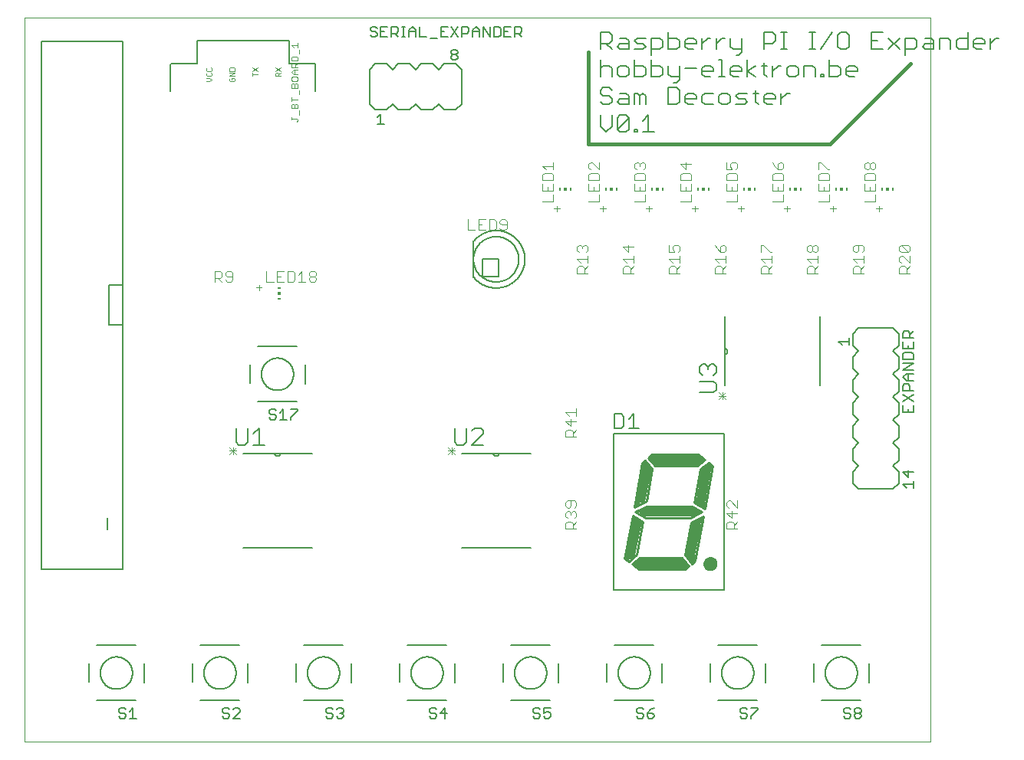
<source format=gto>
G75*
%MOIN*%
%OFA0B0*%
%FSLAX25Y25*%
%IPPOS*%
%LPD*%
%AMOC8*
5,1,8,0,0,1.08239X$1,22.5*
%
%ADD10C,0.00000*%
%ADD11C,0.00600*%
%ADD12C,0.01600*%
%ADD13C,0.00500*%
%ADD14C,0.00400*%
%ADD15C,0.00300*%
%ADD16R,0.00591X0.01181*%
%ADD17R,0.01181X0.01181*%
%ADD18R,0.01181X0.00591*%
%ADD19C,0.00800*%
%ADD20C,0.00200*%
%ADD21C,0.01000*%
%ADD22C,0.04000*%
%ADD23C,0.03000*%
%ADD24C,0.02000*%
%ADD25C,0.02600*%
%ADD26C,0.00700*%
%ADD27R,0.02500X0.02000*%
%ADD28R,0.02000X0.02000*%
%ADD29R,0.01500X0.02000*%
%ADD30R,0.01500X0.01000*%
%ADD31R,0.02000X0.01000*%
D10*
X0001800Y0001800D02*
X0001800Y0316761D01*
X0395501Y0316761D01*
X0395501Y0001800D01*
X0001800Y0001800D01*
D11*
X0096800Y0086200D02*
X0126800Y0086200D01*
X0126800Y0127400D02*
X0110600Y0127400D01*
X0096800Y0127400D01*
X0110600Y0127400D02*
X0110605Y0127332D01*
X0110614Y0127264D01*
X0110626Y0127196D01*
X0110643Y0127130D01*
X0110663Y0127064D01*
X0110687Y0127000D01*
X0110714Y0126937D01*
X0110745Y0126876D01*
X0110780Y0126816D01*
X0110818Y0126759D01*
X0110859Y0126704D01*
X0110903Y0126652D01*
X0110950Y0126602D01*
X0111000Y0126555D01*
X0111052Y0126510D01*
X0111107Y0126469D01*
X0111164Y0126431D01*
X0111223Y0126397D01*
X0111284Y0126365D01*
X0111347Y0126338D01*
X0111411Y0126314D01*
X0111477Y0126293D01*
X0111543Y0126277D01*
X0111611Y0126264D01*
X0111679Y0126255D01*
X0111747Y0126250D01*
X0111816Y0126249D01*
X0111884Y0126252D01*
X0111953Y0126259D01*
X0112020Y0126269D01*
X0112087Y0126284D01*
X0112153Y0126302D01*
X0112218Y0126324D01*
X0112282Y0126350D01*
X0112344Y0126379D01*
X0112404Y0126412D01*
X0112462Y0126448D01*
X0112519Y0126488D01*
X0112572Y0126530D01*
X0112624Y0126576D01*
X0112672Y0126624D01*
X0112718Y0126675D01*
X0112761Y0126729D01*
X0112800Y0126785D01*
X0112837Y0126843D01*
X0112869Y0126903D01*
X0112899Y0126965D01*
X0112925Y0127029D01*
X0112947Y0127094D01*
X0112965Y0127160D01*
X0112980Y0127227D01*
X0112991Y0127295D01*
X0112998Y0127363D01*
X0113001Y0127431D01*
X0113000Y0127500D01*
X0191800Y0127400D02*
X0205600Y0127400D01*
X0221800Y0127400D01*
X0208000Y0127500D02*
X0208001Y0127431D01*
X0207998Y0127363D01*
X0207991Y0127295D01*
X0207980Y0127227D01*
X0207965Y0127160D01*
X0207947Y0127094D01*
X0207925Y0127029D01*
X0207899Y0126965D01*
X0207869Y0126903D01*
X0207837Y0126843D01*
X0207800Y0126785D01*
X0207761Y0126729D01*
X0207718Y0126675D01*
X0207672Y0126624D01*
X0207624Y0126576D01*
X0207572Y0126530D01*
X0207519Y0126488D01*
X0207462Y0126448D01*
X0207404Y0126412D01*
X0207344Y0126379D01*
X0207282Y0126350D01*
X0207218Y0126324D01*
X0207153Y0126302D01*
X0207087Y0126284D01*
X0207020Y0126269D01*
X0206953Y0126259D01*
X0206884Y0126252D01*
X0206816Y0126249D01*
X0206747Y0126250D01*
X0206679Y0126255D01*
X0206611Y0126264D01*
X0206543Y0126277D01*
X0206477Y0126293D01*
X0206411Y0126314D01*
X0206347Y0126338D01*
X0206284Y0126365D01*
X0206223Y0126397D01*
X0206164Y0126431D01*
X0206107Y0126469D01*
X0206052Y0126510D01*
X0206000Y0126555D01*
X0205950Y0126602D01*
X0205903Y0126652D01*
X0205859Y0126704D01*
X0205818Y0126759D01*
X0205780Y0126816D01*
X0205745Y0126876D01*
X0205714Y0126937D01*
X0205687Y0127000D01*
X0205663Y0127064D01*
X0205643Y0127130D01*
X0205626Y0127196D01*
X0205614Y0127264D01*
X0205605Y0127332D01*
X0205600Y0127400D01*
X0191800Y0086200D02*
X0221800Y0086200D01*
X0257800Y0067800D02*
X0305800Y0067800D01*
X0305800Y0135800D01*
X0257800Y0135800D01*
X0257800Y0067800D01*
X0361800Y0114300D02*
X0364300Y0111800D01*
X0379300Y0111800D01*
X0381800Y0114300D01*
X0381800Y0119300D01*
X0379300Y0121800D01*
X0381800Y0124300D01*
X0381800Y0129300D01*
X0379300Y0131800D01*
X0381800Y0134300D01*
X0381800Y0139300D01*
X0379300Y0141800D01*
X0381800Y0144300D01*
X0381800Y0149300D01*
X0379300Y0151800D01*
X0381800Y0154300D01*
X0381800Y0159300D01*
X0379300Y0161800D01*
X0381800Y0164300D01*
X0381800Y0169300D01*
X0379300Y0171800D01*
X0381800Y0174300D01*
X0381800Y0179300D01*
X0379300Y0181800D01*
X0364300Y0181800D01*
X0361800Y0179300D01*
X0361800Y0174300D01*
X0364300Y0171800D01*
X0361800Y0169300D01*
X0361800Y0164300D01*
X0364300Y0161800D01*
X0361800Y0159300D01*
X0361800Y0154300D01*
X0364300Y0151800D01*
X0361800Y0149300D01*
X0361800Y0144300D01*
X0364300Y0141800D01*
X0361800Y0139300D01*
X0361800Y0134300D01*
X0364300Y0131800D01*
X0361800Y0129300D01*
X0361800Y0124300D01*
X0364300Y0121800D01*
X0361800Y0119300D01*
X0361800Y0114300D01*
X0347400Y0156800D02*
X0347400Y0186800D01*
X0306200Y0186800D02*
X0306200Y0170600D01*
X0306200Y0156800D01*
X0306200Y0170600D02*
X0306268Y0170605D01*
X0306336Y0170614D01*
X0306404Y0170626D01*
X0306470Y0170643D01*
X0306536Y0170663D01*
X0306600Y0170687D01*
X0306663Y0170714D01*
X0306724Y0170745D01*
X0306784Y0170780D01*
X0306841Y0170818D01*
X0306896Y0170859D01*
X0306948Y0170903D01*
X0306998Y0170950D01*
X0307045Y0171000D01*
X0307090Y0171052D01*
X0307131Y0171107D01*
X0307169Y0171164D01*
X0307203Y0171223D01*
X0307235Y0171284D01*
X0307262Y0171347D01*
X0307286Y0171411D01*
X0307307Y0171477D01*
X0307323Y0171543D01*
X0307336Y0171611D01*
X0307345Y0171679D01*
X0307350Y0171747D01*
X0307351Y0171816D01*
X0307348Y0171884D01*
X0307341Y0171953D01*
X0307331Y0172020D01*
X0307316Y0172087D01*
X0307298Y0172153D01*
X0307276Y0172218D01*
X0307250Y0172282D01*
X0307221Y0172344D01*
X0307188Y0172404D01*
X0307152Y0172462D01*
X0307112Y0172519D01*
X0307070Y0172572D01*
X0307024Y0172624D01*
X0306976Y0172672D01*
X0306925Y0172718D01*
X0306871Y0172761D01*
X0306815Y0172800D01*
X0306757Y0172837D01*
X0306697Y0172869D01*
X0306635Y0172899D01*
X0306571Y0172925D01*
X0306506Y0172947D01*
X0306440Y0172965D01*
X0306373Y0172980D01*
X0306305Y0172991D01*
X0306237Y0172998D01*
X0306169Y0173001D01*
X0306100Y0173000D01*
X0275453Y0267100D02*
X0270516Y0267100D01*
X0268067Y0267100D02*
X0266833Y0267100D01*
X0266833Y0268334D01*
X0268067Y0268334D01*
X0268067Y0267100D01*
X0264404Y0268334D02*
X0263169Y0267100D01*
X0260701Y0267100D01*
X0259466Y0268334D01*
X0264404Y0273272D01*
X0264404Y0268334D01*
X0259466Y0268334D02*
X0259466Y0273272D01*
X0260701Y0274506D01*
X0263169Y0274506D01*
X0264404Y0273272D01*
X0270516Y0272038D02*
X0272984Y0274506D01*
X0272984Y0267100D01*
X0271770Y0279100D02*
X0271770Y0282803D01*
X0270536Y0284038D01*
X0269301Y0282803D01*
X0269301Y0279100D01*
X0266833Y0279100D02*
X0266833Y0284038D01*
X0268067Y0284038D01*
X0269301Y0282803D01*
X0264404Y0282803D02*
X0264404Y0279100D01*
X0260701Y0279100D01*
X0259466Y0280334D01*
X0260701Y0281569D01*
X0264404Y0281569D01*
X0264404Y0282803D02*
X0263169Y0284038D01*
X0260701Y0284038D01*
X0257038Y0285272D02*
X0255803Y0286506D01*
X0253334Y0286506D01*
X0252100Y0285272D01*
X0252100Y0284038D01*
X0253334Y0282803D01*
X0255803Y0282803D01*
X0257038Y0281569D01*
X0257038Y0280334D01*
X0255803Y0279100D01*
X0253334Y0279100D01*
X0252100Y0280334D01*
X0252100Y0274506D02*
X0252100Y0269569D01*
X0254569Y0267100D01*
X0257038Y0269569D01*
X0257038Y0274506D01*
X0257038Y0291100D02*
X0257038Y0294803D01*
X0255803Y0296038D01*
X0253334Y0296038D01*
X0252100Y0294803D01*
X0252100Y0298506D02*
X0252100Y0291100D01*
X0259466Y0292334D02*
X0260701Y0291100D01*
X0263169Y0291100D01*
X0264404Y0292334D01*
X0264404Y0294803D01*
X0263169Y0296038D01*
X0260701Y0296038D01*
X0259466Y0294803D01*
X0259466Y0292334D01*
X0266833Y0291100D02*
X0270536Y0291100D01*
X0271770Y0292334D01*
X0271770Y0294803D01*
X0270536Y0296038D01*
X0266833Y0296038D01*
X0266833Y0298506D02*
X0266833Y0291100D01*
X0274199Y0291100D02*
X0274199Y0298506D01*
X0274199Y0300631D02*
X0274199Y0308038D01*
X0277902Y0308038D01*
X0279136Y0306803D01*
X0279136Y0304334D01*
X0277902Y0303100D01*
X0274199Y0303100D01*
X0271770Y0304334D02*
X0270536Y0305569D01*
X0268067Y0305569D01*
X0266833Y0306803D01*
X0268067Y0308038D01*
X0271770Y0308038D01*
X0271770Y0304334D02*
X0270536Y0303100D01*
X0266833Y0303100D01*
X0264404Y0303100D02*
X0260701Y0303100D01*
X0259466Y0304334D01*
X0260701Y0305569D01*
X0264404Y0305569D01*
X0264404Y0306803D02*
X0264404Y0303100D01*
X0264404Y0306803D02*
X0263169Y0308038D01*
X0260701Y0308038D01*
X0257038Y0309272D02*
X0257038Y0306803D01*
X0255803Y0305569D01*
X0252100Y0305569D01*
X0254569Y0305569D02*
X0257038Y0303100D01*
X0252100Y0303100D02*
X0252100Y0310506D01*
X0255803Y0310506D01*
X0257038Y0309272D01*
X0274199Y0296038D02*
X0277902Y0296038D01*
X0279136Y0294803D01*
X0279136Y0292334D01*
X0277902Y0291100D01*
X0274199Y0291100D01*
X0281565Y0292334D02*
X0282800Y0291100D01*
X0286503Y0291100D01*
X0286503Y0289866D02*
X0285268Y0288631D01*
X0284034Y0288631D01*
X0285268Y0286506D02*
X0281565Y0286506D01*
X0281565Y0279100D01*
X0285268Y0279100D01*
X0286503Y0280334D01*
X0286503Y0285272D01*
X0285268Y0286506D01*
X0286503Y0289866D02*
X0286503Y0296038D01*
X0288931Y0294803D02*
X0293869Y0294803D01*
X0296298Y0294803D02*
X0296298Y0292334D01*
X0297532Y0291100D01*
X0300001Y0291100D01*
X0301235Y0293569D02*
X0296298Y0293569D01*
X0296298Y0294803D02*
X0297532Y0296038D01*
X0300001Y0296038D01*
X0301235Y0294803D01*
X0301235Y0293569D01*
X0303664Y0291100D02*
X0306133Y0291100D01*
X0304898Y0291100D02*
X0304898Y0298506D01*
X0303664Y0298506D01*
X0308575Y0294803D02*
X0309809Y0296038D01*
X0312278Y0296038D01*
X0313512Y0294803D01*
X0313512Y0293569D01*
X0308575Y0293569D01*
X0308575Y0294803D02*
X0308575Y0292334D01*
X0309809Y0291100D01*
X0312278Y0291100D01*
X0315941Y0291100D02*
X0315941Y0298506D01*
X0313512Y0301866D02*
X0312278Y0300631D01*
X0311044Y0300631D01*
X0313512Y0301866D02*
X0313512Y0308038D01*
X0308575Y0308038D02*
X0308575Y0304334D01*
X0309809Y0303100D01*
X0313512Y0303100D01*
X0306139Y0308038D02*
X0304905Y0308038D01*
X0302436Y0305569D01*
X0302436Y0303100D02*
X0302436Y0308038D01*
X0300001Y0308038D02*
X0298767Y0308038D01*
X0296298Y0305569D01*
X0293869Y0305569D02*
X0293869Y0306803D01*
X0292635Y0308038D01*
X0290166Y0308038D01*
X0288931Y0306803D01*
X0288931Y0304334D01*
X0290166Y0303100D01*
X0292635Y0303100D01*
X0293869Y0305569D02*
X0288931Y0305569D01*
X0286503Y0306803D02*
X0285268Y0308038D01*
X0281565Y0308038D01*
X0281565Y0310506D02*
X0281565Y0303100D01*
X0285268Y0303100D01*
X0286503Y0304334D01*
X0286503Y0306803D01*
X0296298Y0308038D02*
X0296298Y0303100D01*
X0281565Y0296038D02*
X0281565Y0292334D01*
X0290166Y0284038D02*
X0292635Y0284038D01*
X0293869Y0282803D01*
X0293869Y0281569D01*
X0288931Y0281569D01*
X0288931Y0282803D02*
X0290166Y0284038D01*
X0288931Y0282803D02*
X0288931Y0280334D01*
X0290166Y0279100D01*
X0292635Y0279100D01*
X0296298Y0280334D02*
X0296298Y0282803D01*
X0297532Y0284038D01*
X0301235Y0284038D01*
X0303664Y0282803D02*
X0303664Y0280334D01*
X0304898Y0279100D01*
X0307367Y0279100D01*
X0308602Y0280334D01*
X0308602Y0282803D01*
X0307367Y0284038D01*
X0304898Y0284038D01*
X0303664Y0282803D01*
X0301235Y0279100D02*
X0297532Y0279100D01*
X0296298Y0280334D01*
X0311030Y0279100D02*
X0314733Y0279100D01*
X0315968Y0280334D01*
X0314733Y0281569D01*
X0312265Y0281569D01*
X0311030Y0282803D01*
X0312265Y0284038D01*
X0315968Y0284038D01*
X0318397Y0284038D02*
X0320865Y0284038D01*
X0319631Y0285272D02*
X0319631Y0280334D01*
X0320865Y0279100D01*
X0323307Y0280334D02*
X0323307Y0282803D01*
X0324542Y0284038D01*
X0327011Y0284038D01*
X0328245Y0282803D01*
X0328245Y0281569D01*
X0323307Y0281569D01*
X0323307Y0280334D02*
X0324542Y0279100D01*
X0327011Y0279100D01*
X0330674Y0279100D02*
X0330674Y0284038D01*
X0330674Y0281569D02*
X0333143Y0284038D01*
X0334377Y0284038D01*
X0334364Y0291100D02*
X0333129Y0292334D01*
X0333129Y0294803D01*
X0334364Y0296038D01*
X0336832Y0296038D01*
X0338067Y0294803D01*
X0338067Y0292334D01*
X0336832Y0291100D01*
X0334364Y0291100D01*
X0330694Y0296038D02*
X0329459Y0296038D01*
X0326991Y0293569D01*
X0326991Y0291100D02*
X0326991Y0296038D01*
X0324549Y0296038D02*
X0322080Y0296038D01*
X0323314Y0297272D02*
X0323314Y0292334D01*
X0324549Y0291100D01*
X0319644Y0291100D02*
X0315941Y0293569D01*
X0319644Y0296038D01*
X0323307Y0303100D02*
X0323307Y0310506D01*
X0327011Y0310506D01*
X0328245Y0309272D01*
X0328245Y0306803D01*
X0327011Y0305569D01*
X0323307Y0305569D01*
X0330674Y0303100D02*
X0333143Y0303100D01*
X0331908Y0303100D02*
X0331908Y0310506D01*
X0330674Y0310506D02*
X0333143Y0310506D01*
X0342951Y0310506D02*
X0345420Y0310506D01*
X0344185Y0310506D02*
X0344185Y0303100D01*
X0342951Y0303100D02*
X0345420Y0303100D01*
X0347862Y0303100D02*
X0352799Y0310506D01*
X0355228Y0309272D02*
X0355228Y0304334D01*
X0356462Y0303100D01*
X0358931Y0303100D01*
X0360166Y0304334D01*
X0360166Y0309272D01*
X0358931Y0310506D01*
X0356462Y0310506D01*
X0355228Y0309272D01*
X0369961Y0310506D02*
X0369961Y0303100D01*
X0374898Y0303100D01*
X0377327Y0303100D02*
X0382264Y0308038D01*
X0384693Y0308038D02*
X0388396Y0308038D01*
X0389631Y0306803D01*
X0389631Y0304334D01*
X0388396Y0303100D01*
X0384693Y0303100D01*
X0382264Y0303100D02*
X0377327Y0308038D01*
X0374898Y0310506D02*
X0369961Y0310506D01*
X0369961Y0306803D02*
X0372429Y0306803D01*
X0384693Y0308038D02*
X0384693Y0300631D01*
X0392059Y0304334D02*
X0393294Y0305569D01*
X0396997Y0305569D01*
X0396997Y0306803D02*
X0396997Y0303100D01*
X0393294Y0303100D01*
X0392059Y0304334D01*
X0393294Y0308038D02*
X0395763Y0308038D01*
X0396997Y0306803D01*
X0399426Y0308038D02*
X0403129Y0308038D01*
X0404363Y0306803D01*
X0404363Y0303100D01*
X0406792Y0304334D02*
X0406792Y0306803D01*
X0408026Y0308038D01*
X0411730Y0308038D01*
X0411730Y0310506D02*
X0411730Y0303100D01*
X0408026Y0303100D01*
X0406792Y0304334D01*
X0414158Y0304334D02*
X0414158Y0306803D01*
X0415393Y0308038D01*
X0417862Y0308038D01*
X0419096Y0306803D01*
X0419096Y0305569D01*
X0414158Y0305569D01*
X0414158Y0304334D02*
X0415393Y0303100D01*
X0417862Y0303100D01*
X0421525Y0303100D02*
X0421525Y0308038D01*
X0423993Y0308038D02*
X0425228Y0308038D01*
X0423993Y0308038D02*
X0421525Y0305569D01*
X0399426Y0303100D02*
X0399426Y0308038D01*
X0363849Y0294803D02*
X0363849Y0293569D01*
X0358911Y0293569D01*
X0358911Y0294803D02*
X0360146Y0296038D01*
X0362614Y0296038D01*
X0363849Y0294803D01*
X0362614Y0291100D02*
X0360146Y0291100D01*
X0358911Y0292334D01*
X0358911Y0294803D01*
X0356482Y0294803D02*
X0356482Y0292334D01*
X0355248Y0291100D01*
X0351545Y0291100D01*
X0351545Y0298506D01*
X0351545Y0296038D02*
X0355248Y0296038D01*
X0356482Y0294803D01*
X0349096Y0292334D02*
X0349096Y0291100D01*
X0347862Y0291100D01*
X0347862Y0292334D01*
X0349096Y0292334D01*
X0345433Y0291100D02*
X0345433Y0294803D01*
X0344199Y0296038D01*
X0340495Y0296038D01*
X0340495Y0291100D01*
X0191800Y0294300D02*
X0191800Y0279300D01*
X0189300Y0276800D01*
X0184300Y0276800D01*
X0181800Y0279300D01*
X0179300Y0276800D01*
X0174300Y0276800D01*
X0171800Y0279300D01*
X0169300Y0276800D01*
X0164300Y0276800D01*
X0161800Y0279300D01*
X0159300Y0276800D01*
X0154300Y0276800D01*
X0151800Y0279300D01*
X0151800Y0294300D01*
X0154300Y0296800D01*
X0159300Y0296800D01*
X0161800Y0294300D01*
X0164300Y0296800D01*
X0169300Y0296800D01*
X0171800Y0294300D01*
X0174300Y0296800D01*
X0179300Y0296800D01*
X0181800Y0294300D01*
X0184300Y0296800D01*
X0189300Y0296800D01*
X0191800Y0294300D01*
D12*
X0246800Y0301800D02*
X0246800Y0261800D01*
X0351800Y0261800D01*
X0386800Y0296800D01*
X0275300Y0126300D02*
X0273800Y0124800D01*
D13*
X0355546Y0175947D02*
X0357047Y0174446D01*
X0355546Y0175947D02*
X0360050Y0175947D01*
X0360050Y0174446D02*
X0360050Y0177449D01*
X0383546Y0177446D02*
X0383546Y0179698D01*
X0384297Y0180449D01*
X0385798Y0180449D01*
X0386549Y0179698D01*
X0386549Y0177446D01*
X0388050Y0177446D02*
X0383546Y0177446D01*
X0383546Y0175845D02*
X0383546Y0172842D01*
X0388050Y0172842D01*
X0388050Y0175845D01*
X0385798Y0174343D02*
X0385798Y0172842D01*
X0384297Y0171241D02*
X0383546Y0170490D01*
X0383546Y0168238D01*
X0388050Y0168238D01*
X0388050Y0170490D01*
X0387299Y0171241D01*
X0384297Y0171241D01*
X0383546Y0166637D02*
X0388050Y0166637D01*
X0383546Y0163634D01*
X0388050Y0163634D01*
X0388050Y0162033D02*
X0385047Y0162033D01*
X0383546Y0160532D01*
X0385047Y0159030D01*
X0388050Y0159030D01*
X0385798Y0159030D02*
X0385798Y0162033D01*
X0385798Y0157429D02*
X0386549Y0156678D01*
X0386549Y0154426D01*
X0388050Y0154426D02*
X0383546Y0154426D01*
X0383546Y0156678D01*
X0384297Y0157429D01*
X0385798Y0157429D01*
X0383546Y0152825D02*
X0388050Y0149822D01*
X0388050Y0148221D02*
X0388050Y0145219D01*
X0383546Y0145219D01*
X0383546Y0148221D01*
X0383546Y0149822D02*
X0388050Y0152825D01*
X0385798Y0146720D02*
X0385798Y0145219D01*
X0385798Y0119949D02*
X0385798Y0116946D01*
X0383546Y0119198D01*
X0388050Y0119198D01*
X0388050Y0115345D02*
X0388050Y0112342D01*
X0388050Y0113843D02*
X0383546Y0113843D01*
X0385047Y0112342D01*
X0386549Y0178947D02*
X0388050Y0180449D01*
X0217973Y0308550D02*
X0216472Y0310051D01*
X0217222Y0310051D02*
X0214970Y0310051D01*
X0214970Y0308550D02*
X0214970Y0313054D01*
X0217222Y0313054D01*
X0217973Y0312303D01*
X0217973Y0310802D01*
X0217222Y0310051D01*
X0213369Y0308550D02*
X0210366Y0308550D01*
X0210366Y0313054D01*
X0213369Y0313054D01*
X0211868Y0310802D02*
X0210366Y0310802D01*
X0208765Y0309301D02*
X0208765Y0312303D01*
X0208014Y0313054D01*
X0205762Y0313054D01*
X0205762Y0308550D01*
X0208014Y0308550D01*
X0208765Y0309301D01*
X0204161Y0308550D02*
X0204161Y0313054D01*
X0201159Y0313054D02*
X0204161Y0308550D01*
X0201159Y0308550D02*
X0201159Y0313054D01*
X0199557Y0311553D02*
X0199557Y0308550D01*
X0199557Y0310802D02*
X0196555Y0310802D01*
X0196555Y0311553D02*
X0198056Y0313054D01*
X0199557Y0311553D01*
X0196555Y0311553D02*
X0196555Y0308550D01*
X0194953Y0310802D02*
X0194203Y0310051D01*
X0191951Y0310051D01*
X0191951Y0308550D02*
X0191951Y0313054D01*
X0194203Y0313054D01*
X0194953Y0312303D01*
X0194953Y0310802D01*
X0190349Y0313054D02*
X0187347Y0308550D01*
X0185745Y0308550D02*
X0182743Y0308550D01*
X0182743Y0313054D01*
X0185745Y0313054D01*
X0187347Y0313054D02*
X0190349Y0308550D01*
X0189302Y0303054D02*
X0190053Y0302303D01*
X0190053Y0301553D01*
X0189302Y0300802D01*
X0187801Y0300802D01*
X0187050Y0301553D01*
X0187050Y0302303D01*
X0187801Y0303054D01*
X0189302Y0303054D01*
X0189302Y0300802D02*
X0190053Y0300051D01*
X0190053Y0299301D01*
X0189302Y0298550D01*
X0187801Y0298550D01*
X0187050Y0299301D01*
X0187050Y0300051D01*
X0187801Y0300802D01*
X0181141Y0307799D02*
X0178139Y0307799D01*
X0176538Y0308550D02*
X0173535Y0308550D01*
X0173535Y0313054D01*
X0171934Y0311553D02*
X0171934Y0308550D01*
X0171934Y0310802D02*
X0168931Y0310802D01*
X0168931Y0311553D02*
X0170432Y0313054D01*
X0171934Y0311553D01*
X0168931Y0311553D02*
X0168931Y0308550D01*
X0167363Y0308550D02*
X0165862Y0308550D01*
X0166612Y0308550D02*
X0166612Y0313054D01*
X0165862Y0313054D02*
X0167363Y0313054D01*
X0164260Y0312303D02*
X0164260Y0310802D01*
X0163510Y0310051D01*
X0161258Y0310051D01*
X0161258Y0308550D02*
X0161258Y0313054D01*
X0163510Y0313054D01*
X0164260Y0312303D01*
X0162759Y0310051D02*
X0164260Y0308550D01*
X0159656Y0308550D02*
X0156654Y0308550D01*
X0156654Y0313054D01*
X0159656Y0313054D01*
X0158155Y0310802D02*
X0156654Y0310802D01*
X0155053Y0310051D02*
X0155053Y0309301D01*
X0154302Y0308550D01*
X0152801Y0308550D01*
X0152050Y0309301D01*
X0152801Y0310802D02*
X0154302Y0310802D01*
X0155053Y0310051D01*
X0155053Y0312303D02*
X0154302Y0313054D01*
X0152801Y0313054D01*
X0152050Y0312303D01*
X0152050Y0311553D01*
X0152801Y0310802D01*
X0128237Y0296957D02*
X0128237Y0284950D01*
X0128099Y0296800D02*
X0116800Y0296800D01*
X0116800Y0306800D01*
X0076800Y0306800D01*
X0076800Y0296800D01*
X0065501Y0296800D01*
X0065363Y0296564D02*
X0065363Y0284950D01*
X0155050Y0273553D02*
X0156551Y0275054D01*
X0156551Y0270550D01*
X0155050Y0270550D02*
X0158053Y0270550D01*
X0182743Y0310802D02*
X0184244Y0310802D01*
X0196800Y0219300D02*
X0196800Y0204300D01*
X0200800Y0204300D02*
X0200800Y0211800D01*
X0207800Y0211800D01*
X0207800Y0204300D01*
X0200800Y0204300D01*
X0196957Y0211800D02*
X0196960Y0212042D01*
X0196969Y0212283D01*
X0196984Y0212524D01*
X0197004Y0212765D01*
X0197031Y0213005D01*
X0197064Y0213244D01*
X0197102Y0213483D01*
X0197146Y0213720D01*
X0197196Y0213957D01*
X0197252Y0214192D01*
X0197314Y0214425D01*
X0197381Y0214657D01*
X0197454Y0214888D01*
X0197532Y0215116D01*
X0197617Y0215342D01*
X0197706Y0215567D01*
X0197801Y0215789D01*
X0197902Y0216008D01*
X0198008Y0216226D01*
X0198119Y0216440D01*
X0198236Y0216652D01*
X0198357Y0216860D01*
X0198484Y0217066D01*
X0198616Y0217268D01*
X0198753Y0217468D01*
X0198894Y0217663D01*
X0199040Y0217856D01*
X0199191Y0218044D01*
X0199347Y0218229D01*
X0199507Y0218410D01*
X0199671Y0218587D01*
X0199840Y0218760D01*
X0200013Y0218929D01*
X0200190Y0219093D01*
X0200371Y0219253D01*
X0200556Y0219409D01*
X0200744Y0219560D01*
X0200937Y0219706D01*
X0201132Y0219847D01*
X0201332Y0219984D01*
X0201534Y0220116D01*
X0201740Y0220243D01*
X0201948Y0220364D01*
X0202160Y0220481D01*
X0202374Y0220592D01*
X0202592Y0220698D01*
X0202811Y0220799D01*
X0203033Y0220894D01*
X0203258Y0220983D01*
X0203484Y0221068D01*
X0203712Y0221146D01*
X0203943Y0221219D01*
X0204175Y0221286D01*
X0204408Y0221348D01*
X0204643Y0221404D01*
X0204880Y0221454D01*
X0205117Y0221498D01*
X0205356Y0221536D01*
X0205595Y0221569D01*
X0205835Y0221596D01*
X0206076Y0221616D01*
X0206317Y0221631D01*
X0206558Y0221640D01*
X0206800Y0221643D01*
X0207042Y0221640D01*
X0207283Y0221631D01*
X0207524Y0221616D01*
X0207765Y0221596D01*
X0208005Y0221569D01*
X0208244Y0221536D01*
X0208483Y0221498D01*
X0208720Y0221454D01*
X0208957Y0221404D01*
X0209192Y0221348D01*
X0209425Y0221286D01*
X0209657Y0221219D01*
X0209888Y0221146D01*
X0210116Y0221068D01*
X0210342Y0220983D01*
X0210567Y0220894D01*
X0210789Y0220799D01*
X0211008Y0220698D01*
X0211226Y0220592D01*
X0211440Y0220481D01*
X0211652Y0220364D01*
X0211860Y0220243D01*
X0212066Y0220116D01*
X0212268Y0219984D01*
X0212468Y0219847D01*
X0212663Y0219706D01*
X0212856Y0219560D01*
X0213044Y0219409D01*
X0213229Y0219253D01*
X0213410Y0219093D01*
X0213587Y0218929D01*
X0213760Y0218760D01*
X0213929Y0218587D01*
X0214093Y0218410D01*
X0214253Y0218229D01*
X0214409Y0218044D01*
X0214560Y0217856D01*
X0214706Y0217663D01*
X0214847Y0217468D01*
X0214984Y0217268D01*
X0215116Y0217066D01*
X0215243Y0216860D01*
X0215364Y0216652D01*
X0215481Y0216440D01*
X0215592Y0216226D01*
X0215698Y0216008D01*
X0215799Y0215789D01*
X0215894Y0215567D01*
X0215983Y0215342D01*
X0216068Y0215116D01*
X0216146Y0214888D01*
X0216219Y0214657D01*
X0216286Y0214425D01*
X0216348Y0214192D01*
X0216404Y0213957D01*
X0216454Y0213720D01*
X0216498Y0213483D01*
X0216536Y0213244D01*
X0216569Y0213005D01*
X0216596Y0212765D01*
X0216616Y0212524D01*
X0216631Y0212283D01*
X0216640Y0212042D01*
X0216643Y0211800D01*
X0216640Y0211558D01*
X0216631Y0211317D01*
X0216616Y0211076D01*
X0216596Y0210835D01*
X0216569Y0210595D01*
X0216536Y0210356D01*
X0216498Y0210117D01*
X0216454Y0209880D01*
X0216404Y0209643D01*
X0216348Y0209408D01*
X0216286Y0209175D01*
X0216219Y0208943D01*
X0216146Y0208712D01*
X0216068Y0208484D01*
X0215983Y0208258D01*
X0215894Y0208033D01*
X0215799Y0207811D01*
X0215698Y0207592D01*
X0215592Y0207374D01*
X0215481Y0207160D01*
X0215364Y0206948D01*
X0215243Y0206740D01*
X0215116Y0206534D01*
X0214984Y0206332D01*
X0214847Y0206132D01*
X0214706Y0205937D01*
X0214560Y0205744D01*
X0214409Y0205556D01*
X0214253Y0205371D01*
X0214093Y0205190D01*
X0213929Y0205013D01*
X0213760Y0204840D01*
X0213587Y0204671D01*
X0213410Y0204507D01*
X0213229Y0204347D01*
X0213044Y0204191D01*
X0212856Y0204040D01*
X0212663Y0203894D01*
X0212468Y0203753D01*
X0212268Y0203616D01*
X0212066Y0203484D01*
X0211860Y0203357D01*
X0211652Y0203236D01*
X0211440Y0203119D01*
X0211226Y0203008D01*
X0211008Y0202902D01*
X0210789Y0202801D01*
X0210567Y0202706D01*
X0210342Y0202617D01*
X0210116Y0202532D01*
X0209888Y0202454D01*
X0209657Y0202381D01*
X0209425Y0202314D01*
X0209192Y0202252D01*
X0208957Y0202196D01*
X0208720Y0202146D01*
X0208483Y0202102D01*
X0208244Y0202064D01*
X0208005Y0202031D01*
X0207765Y0202004D01*
X0207524Y0201984D01*
X0207283Y0201969D01*
X0207042Y0201960D01*
X0206800Y0201957D01*
X0206558Y0201960D01*
X0206317Y0201969D01*
X0206076Y0201984D01*
X0205835Y0202004D01*
X0205595Y0202031D01*
X0205356Y0202064D01*
X0205117Y0202102D01*
X0204880Y0202146D01*
X0204643Y0202196D01*
X0204408Y0202252D01*
X0204175Y0202314D01*
X0203943Y0202381D01*
X0203712Y0202454D01*
X0203484Y0202532D01*
X0203258Y0202617D01*
X0203033Y0202706D01*
X0202811Y0202801D01*
X0202592Y0202902D01*
X0202374Y0203008D01*
X0202160Y0203119D01*
X0201948Y0203236D01*
X0201740Y0203357D01*
X0201534Y0203484D01*
X0201332Y0203616D01*
X0201132Y0203753D01*
X0200937Y0203894D01*
X0200744Y0204040D01*
X0200556Y0204191D01*
X0200371Y0204347D01*
X0200190Y0204507D01*
X0200013Y0204671D01*
X0199840Y0204840D01*
X0199671Y0205013D01*
X0199507Y0205190D01*
X0199347Y0205371D01*
X0199191Y0205556D01*
X0199040Y0205744D01*
X0198894Y0205937D01*
X0198753Y0206132D01*
X0198616Y0206332D01*
X0198484Y0206534D01*
X0198357Y0206740D01*
X0198236Y0206948D01*
X0198119Y0207160D01*
X0198008Y0207374D01*
X0197902Y0207592D01*
X0197801Y0207811D01*
X0197706Y0208033D01*
X0197617Y0208258D01*
X0197532Y0208484D01*
X0197454Y0208712D01*
X0197381Y0208943D01*
X0197314Y0209175D01*
X0197252Y0209408D01*
X0197196Y0209643D01*
X0197146Y0209880D01*
X0197102Y0210117D01*
X0197064Y0210356D01*
X0197031Y0210595D01*
X0197004Y0210835D01*
X0196984Y0211076D01*
X0196969Y0211317D01*
X0196960Y0211558D01*
X0196957Y0211800D01*
X0196800Y0204300D02*
X0196987Y0204057D01*
X0197179Y0203819D01*
X0197378Y0203586D01*
X0197582Y0203358D01*
X0197791Y0203135D01*
X0198006Y0202917D01*
X0198226Y0202704D01*
X0198451Y0202497D01*
X0198682Y0202295D01*
X0198917Y0202099D01*
X0199157Y0201909D01*
X0199401Y0201725D01*
X0199650Y0201547D01*
X0199904Y0201375D01*
X0200161Y0201209D01*
X0200422Y0201049D01*
X0200687Y0200896D01*
X0200956Y0200750D01*
X0201229Y0200610D01*
X0201504Y0200477D01*
X0201783Y0200351D01*
X0202065Y0200231D01*
X0202350Y0200119D01*
X0202637Y0200014D01*
X0202927Y0199915D01*
X0203219Y0199824D01*
X0203514Y0199740D01*
X0203810Y0199663D01*
X0204108Y0199593D01*
X0204408Y0199531D01*
X0204709Y0199476D01*
X0205011Y0199429D01*
X0205315Y0199389D01*
X0205619Y0199356D01*
X0205924Y0199331D01*
X0206230Y0199313D01*
X0206536Y0199303D01*
X0206842Y0199300D01*
X0207148Y0199305D01*
X0207454Y0199317D01*
X0207760Y0199337D01*
X0208064Y0199364D01*
X0208369Y0199399D01*
X0208672Y0199441D01*
X0208974Y0199490D01*
X0209275Y0199547D01*
X0209574Y0199612D01*
X0209872Y0199683D01*
X0210167Y0199762D01*
X0210461Y0199848D01*
X0210753Y0199941D01*
X0211042Y0200042D01*
X0211329Y0200149D01*
X0211613Y0200264D01*
X0211894Y0200385D01*
X0212172Y0200513D01*
X0212447Y0200648D01*
X0212718Y0200790D01*
X0212986Y0200938D01*
X0213250Y0201093D01*
X0213510Y0201254D01*
X0213766Y0201421D01*
X0214019Y0201595D01*
X0214266Y0201775D01*
X0214510Y0201961D01*
X0214748Y0202152D01*
X0214982Y0202350D01*
X0215211Y0202553D01*
X0215435Y0202762D01*
X0215654Y0202976D01*
X0215867Y0203196D01*
X0216075Y0203420D01*
X0216278Y0203650D01*
X0216474Y0203884D01*
X0216665Y0204124D01*
X0216850Y0204367D01*
X0217029Y0204616D01*
X0217202Y0204868D01*
X0217369Y0205125D01*
X0217529Y0205386D01*
X0217683Y0205651D01*
X0217830Y0205919D01*
X0217971Y0206191D01*
X0218105Y0206466D01*
X0218232Y0206745D01*
X0218353Y0207026D01*
X0218466Y0207311D01*
X0218572Y0207598D01*
X0218672Y0207887D01*
X0218764Y0208179D01*
X0218849Y0208473D01*
X0218927Y0208769D01*
X0218998Y0209067D01*
X0219061Y0209367D01*
X0219117Y0209668D01*
X0219165Y0209970D01*
X0219206Y0210273D01*
X0219240Y0210577D01*
X0219266Y0210882D01*
X0219285Y0211188D01*
X0219296Y0211494D01*
X0219300Y0211800D01*
X0219296Y0212106D01*
X0219285Y0212412D01*
X0219266Y0212718D01*
X0219240Y0213023D01*
X0219206Y0213327D01*
X0219165Y0213630D01*
X0219117Y0213932D01*
X0219061Y0214233D01*
X0218998Y0214533D01*
X0218927Y0214831D01*
X0218849Y0215127D01*
X0218764Y0215421D01*
X0218672Y0215713D01*
X0218572Y0216002D01*
X0218466Y0216289D01*
X0218353Y0216574D01*
X0218232Y0216855D01*
X0218105Y0217134D01*
X0217971Y0217409D01*
X0217830Y0217681D01*
X0217683Y0217949D01*
X0217529Y0218214D01*
X0217369Y0218475D01*
X0217202Y0218732D01*
X0217029Y0218984D01*
X0216850Y0219233D01*
X0216665Y0219476D01*
X0216474Y0219716D01*
X0216278Y0219950D01*
X0216075Y0220180D01*
X0215867Y0220404D01*
X0215654Y0220624D01*
X0215435Y0220838D01*
X0215211Y0221047D01*
X0214982Y0221250D01*
X0214748Y0221448D01*
X0214510Y0221639D01*
X0214266Y0221825D01*
X0214019Y0222005D01*
X0213766Y0222179D01*
X0213510Y0222346D01*
X0213250Y0222507D01*
X0212986Y0222662D01*
X0212718Y0222810D01*
X0212447Y0222952D01*
X0212172Y0223087D01*
X0211894Y0223215D01*
X0211613Y0223336D01*
X0211329Y0223451D01*
X0211042Y0223558D01*
X0210753Y0223659D01*
X0210461Y0223752D01*
X0210167Y0223838D01*
X0209872Y0223917D01*
X0209574Y0223988D01*
X0209275Y0224053D01*
X0208974Y0224110D01*
X0208672Y0224159D01*
X0208369Y0224201D01*
X0208064Y0224236D01*
X0207760Y0224263D01*
X0207454Y0224283D01*
X0207148Y0224295D01*
X0206842Y0224300D01*
X0206536Y0224297D01*
X0206230Y0224287D01*
X0205924Y0224269D01*
X0205619Y0224244D01*
X0205315Y0224211D01*
X0205011Y0224171D01*
X0204709Y0224124D01*
X0204408Y0224069D01*
X0204108Y0224007D01*
X0203810Y0223937D01*
X0203514Y0223860D01*
X0203219Y0223776D01*
X0202927Y0223685D01*
X0202637Y0223586D01*
X0202350Y0223481D01*
X0202065Y0223369D01*
X0201783Y0223249D01*
X0201504Y0223123D01*
X0201229Y0222990D01*
X0200956Y0222850D01*
X0200687Y0222704D01*
X0200422Y0222551D01*
X0200161Y0222391D01*
X0199904Y0222225D01*
X0199650Y0222053D01*
X0199401Y0221875D01*
X0199157Y0221691D01*
X0198917Y0221501D01*
X0198682Y0221305D01*
X0198451Y0221103D01*
X0198226Y0220896D01*
X0198006Y0220683D01*
X0197791Y0220465D01*
X0197582Y0220242D01*
X0197378Y0220014D01*
X0197179Y0219781D01*
X0196987Y0219543D01*
X0196800Y0219300D01*
X0120449Y0146554D02*
X0117446Y0146554D01*
X0120449Y0146554D02*
X0120449Y0145803D01*
X0117446Y0142801D01*
X0117446Y0142050D01*
X0115845Y0142050D02*
X0112842Y0142050D01*
X0114343Y0142050D02*
X0114343Y0146554D01*
X0112842Y0145053D01*
X0111241Y0145803D02*
X0110490Y0146554D01*
X0108989Y0146554D01*
X0108238Y0145803D01*
X0108238Y0145053D01*
X0108989Y0144302D01*
X0110490Y0144302D01*
X0111241Y0143551D01*
X0111241Y0142801D01*
X0110490Y0142050D01*
X0108989Y0142050D01*
X0108238Y0142801D01*
X0094698Y0016554D02*
X0093197Y0016554D01*
X0092446Y0015803D01*
X0090845Y0015803D02*
X0090094Y0016554D01*
X0088593Y0016554D01*
X0087842Y0015803D01*
X0087842Y0015053D01*
X0088593Y0014302D01*
X0090094Y0014302D01*
X0090845Y0013551D01*
X0090845Y0012801D01*
X0090094Y0012050D01*
X0088593Y0012050D01*
X0087842Y0012801D01*
X0092446Y0012050D02*
X0095449Y0015053D01*
X0095449Y0015803D01*
X0094698Y0016554D01*
X0095449Y0012050D02*
X0092446Y0012050D01*
X0132842Y0012801D02*
X0133593Y0012050D01*
X0135094Y0012050D01*
X0135845Y0012801D01*
X0135845Y0013551D01*
X0135094Y0014302D01*
X0133593Y0014302D01*
X0132842Y0015053D01*
X0132842Y0015803D01*
X0133593Y0016554D01*
X0135094Y0016554D01*
X0135845Y0015803D01*
X0137446Y0015803D02*
X0138197Y0016554D01*
X0139698Y0016554D01*
X0140449Y0015803D01*
X0140449Y0015053D01*
X0139698Y0014302D01*
X0140449Y0013551D01*
X0140449Y0012801D01*
X0139698Y0012050D01*
X0138197Y0012050D01*
X0137446Y0012801D01*
X0138947Y0014302D02*
X0139698Y0014302D01*
X0177842Y0015053D02*
X0178593Y0014302D01*
X0180094Y0014302D01*
X0180845Y0013551D01*
X0180845Y0012801D01*
X0180094Y0012050D01*
X0178593Y0012050D01*
X0177842Y0012801D01*
X0177842Y0015053D02*
X0177842Y0015803D01*
X0178593Y0016554D01*
X0180094Y0016554D01*
X0180845Y0015803D01*
X0182446Y0014302D02*
X0185449Y0014302D01*
X0184698Y0012050D02*
X0184698Y0016554D01*
X0182446Y0014302D01*
X0222842Y0015053D02*
X0223593Y0014302D01*
X0225094Y0014302D01*
X0225845Y0013551D01*
X0225845Y0012801D01*
X0225094Y0012050D01*
X0223593Y0012050D01*
X0222842Y0012801D01*
X0222842Y0015053D02*
X0222842Y0015803D01*
X0223593Y0016554D01*
X0225094Y0016554D01*
X0225845Y0015803D01*
X0227446Y0016554D02*
X0227446Y0014302D01*
X0228947Y0015053D01*
X0229698Y0015053D01*
X0230449Y0014302D01*
X0230449Y0012801D01*
X0229698Y0012050D01*
X0228197Y0012050D01*
X0227446Y0012801D01*
X0227446Y0016554D02*
X0230449Y0016554D01*
X0267842Y0015803D02*
X0267842Y0015053D01*
X0268593Y0014302D01*
X0270094Y0014302D01*
X0270845Y0013551D01*
X0270845Y0012801D01*
X0270094Y0012050D01*
X0268593Y0012050D01*
X0267842Y0012801D01*
X0267842Y0015803D02*
X0268593Y0016554D01*
X0270094Y0016554D01*
X0270845Y0015803D01*
X0272446Y0014302D02*
X0274698Y0014302D01*
X0275449Y0013551D01*
X0275449Y0012801D01*
X0274698Y0012050D01*
X0273197Y0012050D01*
X0272446Y0012801D01*
X0272446Y0014302D01*
X0273947Y0015803D01*
X0275449Y0016554D01*
X0312842Y0015803D02*
X0312842Y0015053D01*
X0313593Y0014302D01*
X0315094Y0014302D01*
X0315845Y0013551D01*
X0315845Y0012801D01*
X0315094Y0012050D01*
X0313593Y0012050D01*
X0312842Y0012801D01*
X0312842Y0015803D02*
X0313593Y0016554D01*
X0315094Y0016554D01*
X0315845Y0015803D01*
X0317446Y0016554D02*
X0320449Y0016554D01*
X0320449Y0015803D01*
X0317446Y0012801D01*
X0317446Y0012050D01*
X0357842Y0012801D02*
X0358593Y0012050D01*
X0360094Y0012050D01*
X0360845Y0012801D01*
X0360845Y0013551D01*
X0360094Y0014302D01*
X0358593Y0014302D01*
X0357842Y0015053D01*
X0357842Y0015803D01*
X0358593Y0016554D01*
X0360094Y0016554D01*
X0360845Y0015803D01*
X0362446Y0015803D02*
X0362446Y0015053D01*
X0363197Y0014302D01*
X0364698Y0014302D01*
X0365449Y0013551D01*
X0365449Y0012801D01*
X0364698Y0012050D01*
X0363197Y0012050D01*
X0362446Y0012801D01*
X0362446Y0013551D01*
X0363197Y0014302D01*
X0364698Y0014302D02*
X0365449Y0015053D01*
X0365449Y0015803D01*
X0364698Y0016554D01*
X0363197Y0016554D01*
X0362446Y0015803D01*
X0050449Y0012050D02*
X0047446Y0012050D01*
X0048947Y0012050D02*
X0048947Y0016554D01*
X0047446Y0015053D01*
X0045845Y0015803D02*
X0045094Y0016554D01*
X0043593Y0016554D01*
X0042842Y0015803D01*
X0042842Y0015053D01*
X0043593Y0014302D01*
X0045094Y0014302D01*
X0045845Y0013551D01*
X0045845Y0012801D01*
X0045094Y0012050D01*
X0043593Y0012050D01*
X0042842Y0012801D01*
D14*
X0236996Y0094500D02*
X0236996Y0096802D01*
X0237763Y0097569D01*
X0239298Y0097569D01*
X0240065Y0096802D01*
X0240065Y0094500D01*
X0240065Y0096035D02*
X0241600Y0097569D01*
X0240833Y0099104D02*
X0241600Y0099871D01*
X0241600Y0101406D01*
X0240833Y0102173D01*
X0240065Y0102173D01*
X0239298Y0101406D01*
X0239298Y0100639D01*
X0239298Y0101406D02*
X0238531Y0102173D01*
X0237763Y0102173D01*
X0236996Y0101406D01*
X0236996Y0099871D01*
X0237763Y0099104D01*
X0237763Y0103708D02*
X0238531Y0103708D01*
X0239298Y0104475D01*
X0239298Y0106777D01*
X0240833Y0106777D02*
X0237763Y0106777D01*
X0236996Y0106010D01*
X0236996Y0104475D01*
X0237763Y0103708D01*
X0240833Y0103708D02*
X0241600Y0104475D01*
X0241600Y0106010D01*
X0240833Y0106777D01*
X0241600Y0094500D02*
X0236996Y0094500D01*
X0236996Y0134500D02*
X0236996Y0136802D01*
X0237763Y0137569D01*
X0239298Y0137569D01*
X0240065Y0136802D01*
X0240065Y0134500D01*
X0240065Y0136035D02*
X0241600Y0137569D01*
X0239298Y0139104D02*
X0239298Y0142173D01*
X0238531Y0143708D02*
X0236996Y0145242D01*
X0241600Y0145242D01*
X0241600Y0143708D02*
X0241600Y0146777D01*
X0241600Y0141406D02*
X0236996Y0141406D01*
X0239298Y0139104D01*
X0241600Y0134500D02*
X0236996Y0134500D01*
X0306996Y0106010D02*
X0306996Y0104475D01*
X0307763Y0103708D01*
X0309298Y0102173D02*
X0309298Y0099104D01*
X0306996Y0101406D01*
X0311600Y0101406D01*
X0311600Y0103708D02*
X0308531Y0106777D01*
X0307763Y0106777D01*
X0306996Y0106010D01*
X0311600Y0106777D02*
X0311600Y0103708D01*
X0311600Y0097569D02*
X0310065Y0096035D01*
X0310065Y0096802D02*
X0310065Y0094500D01*
X0311600Y0094500D02*
X0306996Y0094500D01*
X0306996Y0096802D01*
X0307763Y0097569D01*
X0309298Y0097569D01*
X0310065Y0096802D01*
X0306600Y0205688D02*
X0301996Y0205688D01*
X0301996Y0207990D01*
X0302763Y0208757D01*
X0304298Y0208757D01*
X0305065Y0207990D01*
X0305065Y0205688D01*
X0305065Y0207223D02*
X0306600Y0208757D01*
X0306600Y0210292D02*
X0306600Y0213361D01*
X0306600Y0211827D02*
X0301996Y0211827D01*
X0303531Y0210292D01*
X0304298Y0214896D02*
X0302763Y0216431D01*
X0301996Y0217965D01*
X0304298Y0217198D02*
X0304298Y0214896D01*
X0305833Y0214896D01*
X0306600Y0215663D01*
X0306600Y0217198D01*
X0305833Y0217965D01*
X0305065Y0217965D01*
X0304298Y0217198D01*
X0321996Y0217965D02*
X0321996Y0214896D01*
X0321996Y0211827D02*
X0326600Y0211827D01*
X0326600Y0213361D02*
X0326600Y0210292D01*
X0326600Y0208757D02*
X0325065Y0207223D01*
X0325065Y0207990D02*
X0325065Y0205688D01*
X0326600Y0205688D02*
X0321996Y0205688D01*
X0321996Y0207990D01*
X0322763Y0208757D01*
X0324298Y0208757D01*
X0325065Y0207990D01*
X0323531Y0210292D02*
X0321996Y0211827D01*
X0325833Y0214896D02*
X0326600Y0214896D01*
X0325833Y0214896D02*
X0322763Y0217965D01*
X0321996Y0217965D01*
X0341996Y0217198D02*
X0341996Y0215663D01*
X0342763Y0214896D01*
X0343531Y0214896D01*
X0344298Y0215663D01*
X0344298Y0217198D01*
X0345065Y0217965D01*
X0345833Y0217965D01*
X0346600Y0217198D01*
X0346600Y0215663D01*
X0345833Y0214896D01*
X0345065Y0214896D01*
X0344298Y0215663D01*
X0344298Y0217198D02*
X0343531Y0217965D01*
X0342763Y0217965D01*
X0341996Y0217198D01*
X0341996Y0211827D02*
X0346600Y0211827D01*
X0346600Y0213361D02*
X0346600Y0210292D01*
X0346600Y0208757D02*
X0345065Y0207223D01*
X0345065Y0207990D02*
X0345065Y0205688D01*
X0346600Y0205688D02*
X0341996Y0205688D01*
X0341996Y0207990D01*
X0342763Y0208757D01*
X0344298Y0208757D01*
X0345065Y0207990D01*
X0343531Y0210292D02*
X0341996Y0211827D01*
X0361996Y0211827D02*
X0366600Y0211827D01*
X0366600Y0213361D02*
X0366600Y0210292D01*
X0366600Y0208757D02*
X0365065Y0207223D01*
X0365065Y0207990D02*
X0365065Y0205688D01*
X0366600Y0205688D02*
X0361996Y0205688D01*
X0361996Y0207990D01*
X0362763Y0208757D01*
X0364298Y0208757D01*
X0365065Y0207990D01*
X0363531Y0210292D02*
X0361996Y0211827D01*
X0362763Y0214896D02*
X0361996Y0215663D01*
X0361996Y0217198D01*
X0362763Y0217965D01*
X0365833Y0217965D01*
X0366600Y0217198D01*
X0366600Y0215663D01*
X0365833Y0214896D01*
X0364298Y0215663D02*
X0364298Y0217965D01*
X0364298Y0215663D02*
X0363531Y0214896D01*
X0362763Y0214896D01*
X0381996Y0215663D02*
X0381996Y0217198D01*
X0382763Y0217965D01*
X0385833Y0214896D01*
X0386600Y0215663D01*
X0386600Y0217198D01*
X0385833Y0217965D01*
X0382763Y0217965D01*
X0381996Y0215663D02*
X0382763Y0214896D01*
X0385833Y0214896D01*
X0386600Y0213361D02*
X0386600Y0210292D01*
X0383531Y0213361D01*
X0382763Y0213361D01*
X0381996Y0212594D01*
X0381996Y0211059D01*
X0382763Y0210292D01*
X0382763Y0208757D02*
X0381996Y0207990D01*
X0381996Y0205688D01*
X0386600Y0205688D01*
X0385065Y0205688D02*
X0385065Y0207990D01*
X0384298Y0208757D01*
X0382763Y0208757D01*
X0385065Y0207223D02*
X0386600Y0208757D01*
X0371600Y0237000D02*
X0366996Y0237000D01*
X0366996Y0241604D02*
X0371600Y0241604D01*
X0371600Y0244673D01*
X0371600Y0246208D02*
X0366996Y0246208D01*
X0366996Y0248510D01*
X0367763Y0249277D01*
X0370833Y0249277D01*
X0371600Y0248510D01*
X0371600Y0246208D01*
X0369298Y0243139D02*
X0369298Y0241604D01*
X0366996Y0241604D02*
X0366996Y0244673D01*
X0371600Y0240069D02*
X0371600Y0237000D01*
X0370833Y0250812D02*
X0370065Y0250812D01*
X0369298Y0251579D01*
X0369298Y0253114D01*
X0370065Y0253881D01*
X0370833Y0253881D01*
X0371600Y0253114D01*
X0371600Y0251579D01*
X0370833Y0250812D01*
X0369298Y0251579D02*
X0368531Y0250812D01*
X0367763Y0250812D01*
X0366996Y0251579D01*
X0366996Y0253114D01*
X0367763Y0253881D01*
X0368531Y0253881D01*
X0369298Y0253114D01*
X0351600Y0250812D02*
X0350833Y0250812D01*
X0347763Y0253881D01*
X0346996Y0253881D01*
X0346996Y0250812D01*
X0347763Y0249277D02*
X0346996Y0248510D01*
X0346996Y0246208D01*
X0351600Y0246208D01*
X0351600Y0248510D01*
X0350833Y0249277D01*
X0347763Y0249277D01*
X0346996Y0244673D02*
X0346996Y0241604D01*
X0351600Y0241604D01*
X0351600Y0244673D01*
X0349298Y0243139D02*
X0349298Y0241604D01*
X0351600Y0240069D02*
X0351600Y0237000D01*
X0346996Y0237000D01*
X0331600Y0237000D02*
X0331600Y0240069D01*
X0331600Y0241604D02*
X0331600Y0244673D01*
X0331600Y0246208D02*
X0326996Y0246208D01*
X0326996Y0248510D01*
X0327763Y0249277D01*
X0330833Y0249277D01*
X0331600Y0248510D01*
X0331600Y0246208D01*
X0329298Y0243139D02*
X0329298Y0241604D01*
X0326996Y0241604D02*
X0331600Y0241604D01*
X0326996Y0241604D02*
X0326996Y0244673D01*
X0329298Y0250812D02*
X0329298Y0253114D01*
X0330065Y0253881D01*
X0330833Y0253881D01*
X0331600Y0253114D01*
X0331600Y0251579D01*
X0330833Y0250812D01*
X0329298Y0250812D01*
X0327763Y0252346D01*
X0326996Y0253881D01*
X0311600Y0253114D02*
X0311600Y0251579D01*
X0310833Y0250812D01*
X0310833Y0249277D02*
X0307763Y0249277D01*
X0306996Y0248510D01*
X0306996Y0246208D01*
X0311600Y0246208D01*
X0311600Y0248510D01*
X0310833Y0249277D01*
X0309298Y0250812D02*
X0308531Y0252346D01*
X0308531Y0253114D01*
X0309298Y0253881D01*
X0310833Y0253881D01*
X0311600Y0253114D01*
X0309298Y0250812D02*
X0306996Y0250812D01*
X0306996Y0253881D01*
X0306996Y0244673D02*
X0306996Y0241604D01*
X0311600Y0241604D01*
X0311600Y0244673D01*
X0309298Y0243139D02*
X0309298Y0241604D01*
X0311600Y0240069D02*
X0311600Y0237000D01*
X0306996Y0237000D01*
X0291600Y0237000D02*
X0291600Y0240069D01*
X0291600Y0241604D02*
X0291600Y0244673D01*
X0291600Y0246208D02*
X0286996Y0246208D01*
X0286996Y0248510D01*
X0287763Y0249277D01*
X0290833Y0249277D01*
X0291600Y0248510D01*
X0291600Y0246208D01*
X0289298Y0243139D02*
X0289298Y0241604D01*
X0286996Y0241604D02*
X0291600Y0241604D01*
X0286996Y0241604D02*
X0286996Y0244673D01*
X0289298Y0250812D02*
X0289298Y0253881D01*
X0286996Y0253114D02*
X0289298Y0250812D01*
X0291600Y0253114D02*
X0286996Y0253114D01*
X0271600Y0253114D02*
X0271600Y0251579D01*
X0270833Y0250812D01*
X0270833Y0249277D02*
X0267763Y0249277D01*
X0266996Y0248510D01*
X0266996Y0246208D01*
X0271600Y0246208D01*
X0271600Y0248510D01*
X0270833Y0249277D01*
X0269298Y0252346D02*
X0269298Y0253114D01*
X0270065Y0253881D01*
X0270833Y0253881D01*
X0271600Y0253114D01*
X0269298Y0253114D02*
X0268531Y0253881D01*
X0267763Y0253881D01*
X0266996Y0253114D01*
X0266996Y0251579D01*
X0267763Y0250812D01*
X0266996Y0244673D02*
X0266996Y0241604D01*
X0271600Y0241604D01*
X0271600Y0244673D01*
X0269298Y0243139D02*
X0269298Y0241604D01*
X0271600Y0240069D02*
X0271600Y0237000D01*
X0266996Y0237000D01*
X0251600Y0237000D02*
X0251600Y0240069D01*
X0251600Y0241604D02*
X0251600Y0244673D01*
X0251600Y0246208D02*
X0251600Y0248510D01*
X0250833Y0249277D01*
X0247763Y0249277D01*
X0246996Y0248510D01*
X0246996Y0246208D01*
X0251600Y0246208D01*
X0249298Y0243139D02*
X0249298Y0241604D01*
X0246996Y0241604D02*
X0246996Y0244673D01*
X0246996Y0241604D02*
X0251600Y0241604D01*
X0251600Y0237000D02*
X0246996Y0237000D01*
X0231600Y0237000D02*
X0231600Y0240069D01*
X0231600Y0241604D02*
X0231600Y0244673D01*
X0231600Y0246208D02*
X0231600Y0248510D01*
X0230833Y0249277D01*
X0227763Y0249277D01*
X0226996Y0248510D01*
X0226996Y0246208D01*
X0231600Y0246208D01*
X0229298Y0243139D02*
X0229298Y0241604D01*
X0226996Y0241604D02*
X0226996Y0244673D01*
X0226996Y0241604D02*
X0231600Y0241604D01*
X0231600Y0237000D02*
X0226996Y0237000D01*
X0211381Y0228337D02*
X0210614Y0229104D01*
X0209079Y0229104D01*
X0208312Y0228337D01*
X0208312Y0227569D01*
X0209079Y0226802D01*
X0211381Y0226802D01*
X0211381Y0225267D02*
X0211381Y0228337D01*
X0211381Y0225267D02*
X0210614Y0224500D01*
X0209079Y0224500D01*
X0208312Y0225267D01*
X0206777Y0225267D02*
X0206777Y0228337D01*
X0206010Y0229104D01*
X0203708Y0229104D01*
X0203708Y0224500D01*
X0206010Y0224500D01*
X0206777Y0225267D01*
X0202173Y0224500D02*
X0199104Y0224500D01*
X0199104Y0229104D01*
X0202173Y0229104D01*
X0200639Y0226802D02*
X0199104Y0226802D01*
X0197569Y0224500D02*
X0194500Y0224500D01*
X0194500Y0229104D01*
X0226996Y0252346D02*
X0231600Y0252346D01*
X0231600Y0250812D02*
X0231600Y0253881D01*
X0228531Y0250812D02*
X0226996Y0252346D01*
X0246996Y0251579D02*
X0247763Y0250812D01*
X0246996Y0251579D02*
X0246996Y0253114D01*
X0247763Y0253881D01*
X0248531Y0253881D01*
X0251600Y0250812D01*
X0251600Y0253881D01*
X0286996Y0237000D02*
X0291600Y0237000D01*
X0285833Y0217965D02*
X0286600Y0217198D01*
X0286600Y0215663D01*
X0285833Y0214896D01*
X0284298Y0214896D02*
X0283531Y0216431D01*
X0283531Y0217198D01*
X0284298Y0217965D01*
X0285833Y0217965D01*
X0284298Y0214896D02*
X0281996Y0214896D01*
X0281996Y0217965D01*
X0281996Y0211827D02*
X0286600Y0211827D01*
X0286600Y0213361D02*
X0286600Y0210292D01*
X0286600Y0208757D02*
X0285065Y0207223D01*
X0285065Y0207990D02*
X0285065Y0205688D01*
X0286600Y0205688D02*
X0281996Y0205688D01*
X0281996Y0207990D01*
X0282763Y0208757D01*
X0284298Y0208757D01*
X0285065Y0207990D01*
X0283531Y0210292D02*
X0281996Y0211827D01*
X0266600Y0211827D02*
X0261996Y0211827D01*
X0263531Y0210292D01*
X0264298Y0208757D02*
X0262763Y0208757D01*
X0261996Y0207990D01*
X0261996Y0205688D01*
X0266600Y0205688D01*
X0265065Y0205688D02*
X0265065Y0207990D01*
X0264298Y0208757D01*
X0265065Y0207223D02*
X0266600Y0208757D01*
X0266600Y0210292D02*
X0266600Y0213361D01*
X0264298Y0214896D02*
X0264298Y0217965D01*
X0266600Y0217198D02*
X0261996Y0217198D01*
X0264298Y0214896D01*
X0246600Y0215663D02*
X0245833Y0214896D01*
X0246600Y0215663D02*
X0246600Y0217198D01*
X0245833Y0217965D01*
X0245065Y0217965D01*
X0244298Y0217198D01*
X0244298Y0216431D01*
X0244298Y0217198D02*
X0243531Y0217965D01*
X0242763Y0217965D01*
X0241996Y0217198D01*
X0241996Y0215663D01*
X0242763Y0214896D01*
X0241996Y0211827D02*
X0246600Y0211827D01*
X0246600Y0213361D02*
X0246600Y0210292D01*
X0246600Y0208757D02*
X0245065Y0207223D01*
X0245065Y0207990D02*
X0245065Y0205688D01*
X0246600Y0205688D02*
X0241996Y0205688D01*
X0241996Y0207990D01*
X0242763Y0208757D01*
X0244298Y0208757D01*
X0245065Y0207990D01*
X0243531Y0210292D02*
X0241996Y0211827D01*
X0326996Y0237000D02*
X0331600Y0237000D01*
X0128485Y0205837D02*
X0128485Y0205069D01*
X0127718Y0204302D01*
X0126183Y0204302D01*
X0125416Y0205069D01*
X0125416Y0205837D01*
X0126183Y0206604D01*
X0127718Y0206604D01*
X0128485Y0205837D01*
X0127718Y0204302D02*
X0128485Y0203535D01*
X0128485Y0202767D01*
X0127718Y0202000D01*
X0126183Y0202000D01*
X0125416Y0202767D01*
X0125416Y0203535D01*
X0126183Y0204302D01*
X0123881Y0202000D02*
X0120812Y0202000D01*
X0122346Y0202000D02*
X0122346Y0206604D01*
X0120812Y0205069D01*
X0119277Y0205837D02*
X0119277Y0202767D01*
X0118510Y0202000D01*
X0116208Y0202000D01*
X0116208Y0206604D01*
X0118510Y0206604D01*
X0119277Y0205837D01*
X0114673Y0206604D02*
X0111604Y0206604D01*
X0111604Y0202000D01*
X0114673Y0202000D01*
X0113139Y0204302D02*
X0111604Y0204302D01*
X0110069Y0202000D02*
X0107000Y0202000D01*
X0107000Y0206604D01*
X0092173Y0205837D02*
X0092173Y0202767D01*
X0091406Y0202000D01*
X0089871Y0202000D01*
X0089104Y0202767D01*
X0087569Y0202000D02*
X0086035Y0203535D01*
X0086802Y0203535D02*
X0084500Y0203535D01*
X0084500Y0202000D02*
X0084500Y0206604D01*
X0086802Y0206604D01*
X0087569Y0205837D01*
X0087569Y0204302D01*
X0086802Y0203535D01*
X0089104Y0205069D02*
X0089871Y0204302D01*
X0092173Y0204302D01*
X0092173Y0205837D02*
X0091406Y0206604D01*
X0089871Y0206604D01*
X0089104Y0205837D01*
X0089104Y0205069D01*
X0117836Y0272576D02*
X0117836Y0273510D01*
X0117836Y0273043D02*
X0120172Y0273043D01*
X0120639Y0272576D01*
X0120639Y0272109D01*
X0120172Y0271642D01*
X0121106Y0274588D02*
X0121106Y0276457D01*
X0120639Y0277535D02*
X0117836Y0277535D01*
X0117836Y0278936D01*
X0118303Y0279403D01*
X0118770Y0279403D01*
X0119237Y0278936D01*
X0119237Y0277535D01*
X0119237Y0278936D02*
X0119704Y0279403D01*
X0120172Y0279403D01*
X0120639Y0278936D01*
X0120639Y0277535D01*
X0120639Y0281415D02*
X0117836Y0281415D01*
X0117836Y0280481D02*
X0117836Y0282350D01*
X0121106Y0283428D02*
X0121106Y0285296D01*
X0120639Y0286374D02*
X0120639Y0287776D01*
X0120172Y0288243D01*
X0119704Y0288243D01*
X0119237Y0287776D01*
X0119237Y0286374D01*
X0117836Y0286374D02*
X0117836Y0287776D01*
X0118303Y0288243D01*
X0118770Y0288243D01*
X0119237Y0287776D01*
X0118303Y0289321D02*
X0120172Y0289321D01*
X0120639Y0289788D01*
X0120639Y0290722D01*
X0120172Y0291189D01*
X0118303Y0291189D01*
X0117836Y0290722D01*
X0117836Y0289788D01*
X0118303Y0289321D01*
X0118770Y0292267D02*
X0117836Y0293202D01*
X0118770Y0294136D01*
X0120639Y0294136D01*
X0120639Y0295214D02*
X0117836Y0295214D01*
X0117836Y0296615D01*
X0118303Y0297082D01*
X0119237Y0297082D01*
X0119704Y0296615D01*
X0119704Y0295214D01*
X0119704Y0296148D02*
X0120639Y0297082D01*
X0120639Y0298160D02*
X0120639Y0299562D01*
X0120172Y0300029D01*
X0118303Y0300029D01*
X0117836Y0299562D01*
X0117836Y0298160D01*
X0120639Y0298160D01*
X0121106Y0301107D02*
X0121106Y0302975D01*
X0120639Y0304053D02*
X0120639Y0305922D01*
X0120639Y0304988D02*
X0117836Y0304988D01*
X0118770Y0304053D01*
X0119237Y0294136D02*
X0119237Y0292267D01*
X0118770Y0292267D02*
X0120639Y0292267D01*
X0120639Y0286374D02*
X0117836Y0286374D01*
D15*
X0103798Y0200736D02*
X0103798Y0198267D01*
X0102564Y0199501D02*
X0105033Y0199501D01*
X0093986Y0130070D02*
X0090850Y0126934D01*
X0090850Y0128502D02*
X0093986Y0128502D01*
X0093986Y0126934D02*
X0090850Y0130070D01*
X0092418Y0130070D02*
X0092418Y0126934D01*
X0185850Y0126934D02*
X0188986Y0130070D01*
X0187418Y0130070D02*
X0187418Y0126934D01*
X0188986Y0126934D02*
X0185850Y0130070D01*
X0185850Y0128502D02*
X0188986Y0128502D01*
X0303530Y0150850D02*
X0306666Y0153986D01*
X0305098Y0153986D02*
X0305098Y0150850D01*
X0306666Y0150850D02*
X0303530Y0153986D01*
X0303530Y0152418D02*
X0306666Y0152418D01*
X0313184Y0232567D02*
X0313184Y0235036D01*
X0311950Y0233802D02*
X0314419Y0233802D01*
X0331950Y0233802D02*
X0334419Y0233802D01*
X0333184Y0235036D02*
X0333184Y0232567D01*
X0351950Y0233802D02*
X0354419Y0233802D01*
X0353184Y0235036D02*
X0353184Y0232567D01*
X0371950Y0233802D02*
X0374419Y0233802D01*
X0373184Y0235036D02*
X0373184Y0232567D01*
X0294419Y0233802D02*
X0291950Y0233802D01*
X0293184Y0235036D02*
X0293184Y0232567D01*
X0274419Y0233802D02*
X0271950Y0233802D01*
X0273184Y0235036D02*
X0273184Y0232567D01*
X0254419Y0233802D02*
X0251950Y0233802D01*
X0253184Y0235036D02*
X0253184Y0232567D01*
X0234419Y0233802D02*
X0231950Y0233802D01*
X0233184Y0235036D02*
X0233184Y0232567D01*
D16*
X0234438Y0242391D03*
X0239162Y0242391D03*
X0254438Y0242391D03*
X0259162Y0242391D03*
X0274438Y0242391D03*
X0279162Y0242391D03*
X0294438Y0242391D03*
X0299162Y0242391D03*
X0314438Y0242391D03*
X0319162Y0242391D03*
X0334438Y0242391D03*
X0339162Y0242391D03*
X0354438Y0242391D03*
X0359162Y0242391D03*
X0374438Y0242391D03*
X0379162Y0242391D03*
D17*
X0376800Y0242391D03*
X0356800Y0242391D03*
X0336800Y0242391D03*
X0316800Y0242391D03*
X0296800Y0242391D03*
X0276800Y0242391D03*
X0256800Y0242391D03*
X0236800Y0242391D03*
X0112391Y0196800D03*
D18*
X0112391Y0194438D03*
X0112391Y0199162D03*
D19*
X0120300Y0173800D02*
X0103300Y0173800D01*
X0099800Y0165800D02*
X0099800Y0157871D01*
X0103300Y0149800D02*
X0120300Y0149800D01*
X0123800Y0157753D02*
X0123800Y0165800D01*
X0104800Y0161800D02*
X0104802Y0161972D01*
X0104808Y0162143D01*
X0104819Y0162315D01*
X0104834Y0162486D01*
X0104853Y0162657D01*
X0104876Y0162827D01*
X0104903Y0162997D01*
X0104935Y0163166D01*
X0104970Y0163334D01*
X0105010Y0163501D01*
X0105054Y0163667D01*
X0105101Y0163832D01*
X0105153Y0163996D01*
X0105209Y0164158D01*
X0105269Y0164319D01*
X0105333Y0164479D01*
X0105401Y0164637D01*
X0105472Y0164793D01*
X0105547Y0164947D01*
X0105627Y0165100D01*
X0105709Y0165250D01*
X0105796Y0165399D01*
X0105886Y0165545D01*
X0105980Y0165689D01*
X0106077Y0165831D01*
X0106178Y0165970D01*
X0106282Y0166107D01*
X0106389Y0166241D01*
X0106500Y0166372D01*
X0106613Y0166501D01*
X0106730Y0166627D01*
X0106850Y0166750D01*
X0106973Y0166870D01*
X0107099Y0166987D01*
X0107228Y0167100D01*
X0107359Y0167211D01*
X0107493Y0167318D01*
X0107630Y0167422D01*
X0107769Y0167523D01*
X0107911Y0167620D01*
X0108055Y0167714D01*
X0108201Y0167804D01*
X0108350Y0167891D01*
X0108500Y0167973D01*
X0108653Y0168053D01*
X0108807Y0168128D01*
X0108963Y0168199D01*
X0109121Y0168267D01*
X0109281Y0168331D01*
X0109442Y0168391D01*
X0109604Y0168447D01*
X0109768Y0168499D01*
X0109933Y0168546D01*
X0110099Y0168590D01*
X0110266Y0168630D01*
X0110434Y0168665D01*
X0110603Y0168697D01*
X0110773Y0168724D01*
X0110943Y0168747D01*
X0111114Y0168766D01*
X0111285Y0168781D01*
X0111457Y0168792D01*
X0111628Y0168798D01*
X0111800Y0168800D01*
X0111972Y0168798D01*
X0112143Y0168792D01*
X0112315Y0168781D01*
X0112486Y0168766D01*
X0112657Y0168747D01*
X0112827Y0168724D01*
X0112997Y0168697D01*
X0113166Y0168665D01*
X0113334Y0168630D01*
X0113501Y0168590D01*
X0113667Y0168546D01*
X0113832Y0168499D01*
X0113996Y0168447D01*
X0114158Y0168391D01*
X0114319Y0168331D01*
X0114479Y0168267D01*
X0114637Y0168199D01*
X0114793Y0168128D01*
X0114947Y0168053D01*
X0115100Y0167973D01*
X0115250Y0167891D01*
X0115399Y0167804D01*
X0115545Y0167714D01*
X0115689Y0167620D01*
X0115831Y0167523D01*
X0115970Y0167422D01*
X0116107Y0167318D01*
X0116241Y0167211D01*
X0116372Y0167100D01*
X0116501Y0166987D01*
X0116627Y0166870D01*
X0116750Y0166750D01*
X0116870Y0166627D01*
X0116987Y0166501D01*
X0117100Y0166372D01*
X0117211Y0166241D01*
X0117318Y0166107D01*
X0117422Y0165970D01*
X0117523Y0165831D01*
X0117620Y0165689D01*
X0117714Y0165545D01*
X0117804Y0165399D01*
X0117891Y0165250D01*
X0117973Y0165100D01*
X0118053Y0164947D01*
X0118128Y0164793D01*
X0118199Y0164637D01*
X0118267Y0164479D01*
X0118331Y0164319D01*
X0118391Y0164158D01*
X0118447Y0163996D01*
X0118499Y0163832D01*
X0118546Y0163667D01*
X0118590Y0163501D01*
X0118630Y0163334D01*
X0118665Y0163166D01*
X0118697Y0162997D01*
X0118724Y0162827D01*
X0118747Y0162657D01*
X0118766Y0162486D01*
X0118781Y0162315D01*
X0118792Y0162143D01*
X0118798Y0161972D01*
X0118800Y0161800D01*
X0118798Y0161628D01*
X0118792Y0161457D01*
X0118781Y0161285D01*
X0118766Y0161114D01*
X0118747Y0160943D01*
X0118724Y0160773D01*
X0118697Y0160603D01*
X0118665Y0160434D01*
X0118630Y0160266D01*
X0118590Y0160099D01*
X0118546Y0159933D01*
X0118499Y0159768D01*
X0118447Y0159604D01*
X0118391Y0159442D01*
X0118331Y0159281D01*
X0118267Y0159121D01*
X0118199Y0158963D01*
X0118128Y0158807D01*
X0118053Y0158653D01*
X0117973Y0158500D01*
X0117891Y0158350D01*
X0117804Y0158201D01*
X0117714Y0158055D01*
X0117620Y0157911D01*
X0117523Y0157769D01*
X0117422Y0157630D01*
X0117318Y0157493D01*
X0117211Y0157359D01*
X0117100Y0157228D01*
X0116987Y0157099D01*
X0116870Y0156973D01*
X0116750Y0156850D01*
X0116627Y0156730D01*
X0116501Y0156613D01*
X0116372Y0156500D01*
X0116241Y0156389D01*
X0116107Y0156282D01*
X0115970Y0156178D01*
X0115831Y0156077D01*
X0115689Y0155980D01*
X0115545Y0155886D01*
X0115399Y0155796D01*
X0115250Y0155709D01*
X0115100Y0155627D01*
X0114947Y0155547D01*
X0114793Y0155472D01*
X0114637Y0155401D01*
X0114479Y0155333D01*
X0114319Y0155269D01*
X0114158Y0155209D01*
X0113996Y0155153D01*
X0113832Y0155101D01*
X0113667Y0155054D01*
X0113501Y0155010D01*
X0113334Y0154970D01*
X0113166Y0154935D01*
X0112997Y0154903D01*
X0112827Y0154876D01*
X0112657Y0154853D01*
X0112486Y0154834D01*
X0112315Y0154819D01*
X0112143Y0154808D01*
X0111972Y0154802D01*
X0111800Y0154800D01*
X0111628Y0154802D01*
X0111457Y0154808D01*
X0111285Y0154819D01*
X0111114Y0154834D01*
X0110943Y0154853D01*
X0110773Y0154876D01*
X0110603Y0154903D01*
X0110434Y0154935D01*
X0110266Y0154970D01*
X0110099Y0155010D01*
X0109933Y0155054D01*
X0109768Y0155101D01*
X0109604Y0155153D01*
X0109442Y0155209D01*
X0109281Y0155269D01*
X0109121Y0155333D01*
X0108963Y0155401D01*
X0108807Y0155472D01*
X0108653Y0155547D01*
X0108500Y0155627D01*
X0108350Y0155709D01*
X0108201Y0155796D01*
X0108055Y0155886D01*
X0107911Y0155980D01*
X0107769Y0156077D01*
X0107630Y0156178D01*
X0107493Y0156282D01*
X0107359Y0156389D01*
X0107228Y0156500D01*
X0107099Y0156613D01*
X0106973Y0156730D01*
X0106850Y0156850D01*
X0106730Y0156973D01*
X0106613Y0157099D01*
X0106500Y0157228D01*
X0106389Y0157359D01*
X0106282Y0157493D01*
X0106178Y0157630D01*
X0106077Y0157769D01*
X0105980Y0157911D01*
X0105886Y0158055D01*
X0105796Y0158201D01*
X0105709Y0158350D01*
X0105627Y0158500D01*
X0105547Y0158653D01*
X0105472Y0158807D01*
X0105401Y0158963D01*
X0105333Y0159121D01*
X0105269Y0159281D01*
X0105209Y0159442D01*
X0105153Y0159604D01*
X0105101Y0159768D01*
X0105054Y0159933D01*
X0105010Y0160099D01*
X0104970Y0160266D01*
X0104935Y0160434D01*
X0104903Y0160603D01*
X0104876Y0160773D01*
X0104853Y0160943D01*
X0104834Y0161114D01*
X0104819Y0161285D01*
X0104808Y0161457D01*
X0104802Y0161628D01*
X0104800Y0161800D01*
X0103819Y0138406D02*
X0103819Y0131000D01*
X0101350Y0131000D02*
X0106288Y0131000D01*
X0101350Y0135938D02*
X0103819Y0138406D01*
X0098738Y0138406D02*
X0098738Y0132234D01*
X0097503Y0131000D01*
X0095034Y0131000D01*
X0093800Y0132234D01*
X0093800Y0138406D01*
X0044517Y0183139D02*
X0038611Y0183139D01*
X0038611Y0200461D01*
X0044517Y0200461D01*
X0037725Y0099300D02*
X0037725Y0094300D01*
X0044517Y0077036D02*
X0009477Y0077036D01*
X0009083Y0077036D02*
X0009083Y0306564D01*
X0044517Y0306564D01*
X0044517Y0077036D01*
X0050300Y0043800D02*
X0033300Y0043800D01*
X0029800Y0035800D02*
X0029800Y0027871D01*
X0033300Y0019800D02*
X0050300Y0019800D01*
X0053800Y0027753D02*
X0053800Y0035800D01*
X0034800Y0031800D02*
X0034802Y0031972D01*
X0034808Y0032143D01*
X0034819Y0032315D01*
X0034834Y0032486D01*
X0034853Y0032657D01*
X0034876Y0032827D01*
X0034903Y0032997D01*
X0034935Y0033166D01*
X0034970Y0033334D01*
X0035010Y0033501D01*
X0035054Y0033667D01*
X0035101Y0033832D01*
X0035153Y0033996D01*
X0035209Y0034158D01*
X0035269Y0034319D01*
X0035333Y0034479D01*
X0035401Y0034637D01*
X0035472Y0034793D01*
X0035547Y0034947D01*
X0035627Y0035100D01*
X0035709Y0035250D01*
X0035796Y0035399D01*
X0035886Y0035545D01*
X0035980Y0035689D01*
X0036077Y0035831D01*
X0036178Y0035970D01*
X0036282Y0036107D01*
X0036389Y0036241D01*
X0036500Y0036372D01*
X0036613Y0036501D01*
X0036730Y0036627D01*
X0036850Y0036750D01*
X0036973Y0036870D01*
X0037099Y0036987D01*
X0037228Y0037100D01*
X0037359Y0037211D01*
X0037493Y0037318D01*
X0037630Y0037422D01*
X0037769Y0037523D01*
X0037911Y0037620D01*
X0038055Y0037714D01*
X0038201Y0037804D01*
X0038350Y0037891D01*
X0038500Y0037973D01*
X0038653Y0038053D01*
X0038807Y0038128D01*
X0038963Y0038199D01*
X0039121Y0038267D01*
X0039281Y0038331D01*
X0039442Y0038391D01*
X0039604Y0038447D01*
X0039768Y0038499D01*
X0039933Y0038546D01*
X0040099Y0038590D01*
X0040266Y0038630D01*
X0040434Y0038665D01*
X0040603Y0038697D01*
X0040773Y0038724D01*
X0040943Y0038747D01*
X0041114Y0038766D01*
X0041285Y0038781D01*
X0041457Y0038792D01*
X0041628Y0038798D01*
X0041800Y0038800D01*
X0041972Y0038798D01*
X0042143Y0038792D01*
X0042315Y0038781D01*
X0042486Y0038766D01*
X0042657Y0038747D01*
X0042827Y0038724D01*
X0042997Y0038697D01*
X0043166Y0038665D01*
X0043334Y0038630D01*
X0043501Y0038590D01*
X0043667Y0038546D01*
X0043832Y0038499D01*
X0043996Y0038447D01*
X0044158Y0038391D01*
X0044319Y0038331D01*
X0044479Y0038267D01*
X0044637Y0038199D01*
X0044793Y0038128D01*
X0044947Y0038053D01*
X0045100Y0037973D01*
X0045250Y0037891D01*
X0045399Y0037804D01*
X0045545Y0037714D01*
X0045689Y0037620D01*
X0045831Y0037523D01*
X0045970Y0037422D01*
X0046107Y0037318D01*
X0046241Y0037211D01*
X0046372Y0037100D01*
X0046501Y0036987D01*
X0046627Y0036870D01*
X0046750Y0036750D01*
X0046870Y0036627D01*
X0046987Y0036501D01*
X0047100Y0036372D01*
X0047211Y0036241D01*
X0047318Y0036107D01*
X0047422Y0035970D01*
X0047523Y0035831D01*
X0047620Y0035689D01*
X0047714Y0035545D01*
X0047804Y0035399D01*
X0047891Y0035250D01*
X0047973Y0035100D01*
X0048053Y0034947D01*
X0048128Y0034793D01*
X0048199Y0034637D01*
X0048267Y0034479D01*
X0048331Y0034319D01*
X0048391Y0034158D01*
X0048447Y0033996D01*
X0048499Y0033832D01*
X0048546Y0033667D01*
X0048590Y0033501D01*
X0048630Y0033334D01*
X0048665Y0033166D01*
X0048697Y0032997D01*
X0048724Y0032827D01*
X0048747Y0032657D01*
X0048766Y0032486D01*
X0048781Y0032315D01*
X0048792Y0032143D01*
X0048798Y0031972D01*
X0048800Y0031800D01*
X0048798Y0031628D01*
X0048792Y0031457D01*
X0048781Y0031285D01*
X0048766Y0031114D01*
X0048747Y0030943D01*
X0048724Y0030773D01*
X0048697Y0030603D01*
X0048665Y0030434D01*
X0048630Y0030266D01*
X0048590Y0030099D01*
X0048546Y0029933D01*
X0048499Y0029768D01*
X0048447Y0029604D01*
X0048391Y0029442D01*
X0048331Y0029281D01*
X0048267Y0029121D01*
X0048199Y0028963D01*
X0048128Y0028807D01*
X0048053Y0028653D01*
X0047973Y0028500D01*
X0047891Y0028350D01*
X0047804Y0028201D01*
X0047714Y0028055D01*
X0047620Y0027911D01*
X0047523Y0027769D01*
X0047422Y0027630D01*
X0047318Y0027493D01*
X0047211Y0027359D01*
X0047100Y0027228D01*
X0046987Y0027099D01*
X0046870Y0026973D01*
X0046750Y0026850D01*
X0046627Y0026730D01*
X0046501Y0026613D01*
X0046372Y0026500D01*
X0046241Y0026389D01*
X0046107Y0026282D01*
X0045970Y0026178D01*
X0045831Y0026077D01*
X0045689Y0025980D01*
X0045545Y0025886D01*
X0045399Y0025796D01*
X0045250Y0025709D01*
X0045100Y0025627D01*
X0044947Y0025547D01*
X0044793Y0025472D01*
X0044637Y0025401D01*
X0044479Y0025333D01*
X0044319Y0025269D01*
X0044158Y0025209D01*
X0043996Y0025153D01*
X0043832Y0025101D01*
X0043667Y0025054D01*
X0043501Y0025010D01*
X0043334Y0024970D01*
X0043166Y0024935D01*
X0042997Y0024903D01*
X0042827Y0024876D01*
X0042657Y0024853D01*
X0042486Y0024834D01*
X0042315Y0024819D01*
X0042143Y0024808D01*
X0041972Y0024802D01*
X0041800Y0024800D01*
X0041628Y0024802D01*
X0041457Y0024808D01*
X0041285Y0024819D01*
X0041114Y0024834D01*
X0040943Y0024853D01*
X0040773Y0024876D01*
X0040603Y0024903D01*
X0040434Y0024935D01*
X0040266Y0024970D01*
X0040099Y0025010D01*
X0039933Y0025054D01*
X0039768Y0025101D01*
X0039604Y0025153D01*
X0039442Y0025209D01*
X0039281Y0025269D01*
X0039121Y0025333D01*
X0038963Y0025401D01*
X0038807Y0025472D01*
X0038653Y0025547D01*
X0038500Y0025627D01*
X0038350Y0025709D01*
X0038201Y0025796D01*
X0038055Y0025886D01*
X0037911Y0025980D01*
X0037769Y0026077D01*
X0037630Y0026178D01*
X0037493Y0026282D01*
X0037359Y0026389D01*
X0037228Y0026500D01*
X0037099Y0026613D01*
X0036973Y0026730D01*
X0036850Y0026850D01*
X0036730Y0026973D01*
X0036613Y0027099D01*
X0036500Y0027228D01*
X0036389Y0027359D01*
X0036282Y0027493D01*
X0036178Y0027630D01*
X0036077Y0027769D01*
X0035980Y0027911D01*
X0035886Y0028055D01*
X0035796Y0028201D01*
X0035709Y0028350D01*
X0035627Y0028500D01*
X0035547Y0028653D01*
X0035472Y0028807D01*
X0035401Y0028963D01*
X0035333Y0029121D01*
X0035269Y0029281D01*
X0035209Y0029442D01*
X0035153Y0029604D01*
X0035101Y0029768D01*
X0035054Y0029933D01*
X0035010Y0030099D01*
X0034970Y0030266D01*
X0034935Y0030434D01*
X0034903Y0030603D01*
X0034876Y0030773D01*
X0034853Y0030943D01*
X0034834Y0031114D01*
X0034819Y0031285D01*
X0034808Y0031457D01*
X0034802Y0031628D01*
X0034800Y0031800D01*
X0074800Y0027871D02*
X0074800Y0035800D01*
X0078300Y0043800D02*
X0095300Y0043800D01*
X0098800Y0035800D02*
X0098800Y0027753D01*
X0095300Y0019800D02*
X0078300Y0019800D01*
X0079800Y0031800D02*
X0079802Y0031972D01*
X0079808Y0032143D01*
X0079819Y0032315D01*
X0079834Y0032486D01*
X0079853Y0032657D01*
X0079876Y0032827D01*
X0079903Y0032997D01*
X0079935Y0033166D01*
X0079970Y0033334D01*
X0080010Y0033501D01*
X0080054Y0033667D01*
X0080101Y0033832D01*
X0080153Y0033996D01*
X0080209Y0034158D01*
X0080269Y0034319D01*
X0080333Y0034479D01*
X0080401Y0034637D01*
X0080472Y0034793D01*
X0080547Y0034947D01*
X0080627Y0035100D01*
X0080709Y0035250D01*
X0080796Y0035399D01*
X0080886Y0035545D01*
X0080980Y0035689D01*
X0081077Y0035831D01*
X0081178Y0035970D01*
X0081282Y0036107D01*
X0081389Y0036241D01*
X0081500Y0036372D01*
X0081613Y0036501D01*
X0081730Y0036627D01*
X0081850Y0036750D01*
X0081973Y0036870D01*
X0082099Y0036987D01*
X0082228Y0037100D01*
X0082359Y0037211D01*
X0082493Y0037318D01*
X0082630Y0037422D01*
X0082769Y0037523D01*
X0082911Y0037620D01*
X0083055Y0037714D01*
X0083201Y0037804D01*
X0083350Y0037891D01*
X0083500Y0037973D01*
X0083653Y0038053D01*
X0083807Y0038128D01*
X0083963Y0038199D01*
X0084121Y0038267D01*
X0084281Y0038331D01*
X0084442Y0038391D01*
X0084604Y0038447D01*
X0084768Y0038499D01*
X0084933Y0038546D01*
X0085099Y0038590D01*
X0085266Y0038630D01*
X0085434Y0038665D01*
X0085603Y0038697D01*
X0085773Y0038724D01*
X0085943Y0038747D01*
X0086114Y0038766D01*
X0086285Y0038781D01*
X0086457Y0038792D01*
X0086628Y0038798D01*
X0086800Y0038800D01*
X0086972Y0038798D01*
X0087143Y0038792D01*
X0087315Y0038781D01*
X0087486Y0038766D01*
X0087657Y0038747D01*
X0087827Y0038724D01*
X0087997Y0038697D01*
X0088166Y0038665D01*
X0088334Y0038630D01*
X0088501Y0038590D01*
X0088667Y0038546D01*
X0088832Y0038499D01*
X0088996Y0038447D01*
X0089158Y0038391D01*
X0089319Y0038331D01*
X0089479Y0038267D01*
X0089637Y0038199D01*
X0089793Y0038128D01*
X0089947Y0038053D01*
X0090100Y0037973D01*
X0090250Y0037891D01*
X0090399Y0037804D01*
X0090545Y0037714D01*
X0090689Y0037620D01*
X0090831Y0037523D01*
X0090970Y0037422D01*
X0091107Y0037318D01*
X0091241Y0037211D01*
X0091372Y0037100D01*
X0091501Y0036987D01*
X0091627Y0036870D01*
X0091750Y0036750D01*
X0091870Y0036627D01*
X0091987Y0036501D01*
X0092100Y0036372D01*
X0092211Y0036241D01*
X0092318Y0036107D01*
X0092422Y0035970D01*
X0092523Y0035831D01*
X0092620Y0035689D01*
X0092714Y0035545D01*
X0092804Y0035399D01*
X0092891Y0035250D01*
X0092973Y0035100D01*
X0093053Y0034947D01*
X0093128Y0034793D01*
X0093199Y0034637D01*
X0093267Y0034479D01*
X0093331Y0034319D01*
X0093391Y0034158D01*
X0093447Y0033996D01*
X0093499Y0033832D01*
X0093546Y0033667D01*
X0093590Y0033501D01*
X0093630Y0033334D01*
X0093665Y0033166D01*
X0093697Y0032997D01*
X0093724Y0032827D01*
X0093747Y0032657D01*
X0093766Y0032486D01*
X0093781Y0032315D01*
X0093792Y0032143D01*
X0093798Y0031972D01*
X0093800Y0031800D01*
X0093798Y0031628D01*
X0093792Y0031457D01*
X0093781Y0031285D01*
X0093766Y0031114D01*
X0093747Y0030943D01*
X0093724Y0030773D01*
X0093697Y0030603D01*
X0093665Y0030434D01*
X0093630Y0030266D01*
X0093590Y0030099D01*
X0093546Y0029933D01*
X0093499Y0029768D01*
X0093447Y0029604D01*
X0093391Y0029442D01*
X0093331Y0029281D01*
X0093267Y0029121D01*
X0093199Y0028963D01*
X0093128Y0028807D01*
X0093053Y0028653D01*
X0092973Y0028500D01*
X0092891Y0028350D01*
X0092804Y0028201D01*
X0092714Y0028055D01*
X0092620Y0027911D01*
X0092523Y0027769D01*
X0092422Y0027630D01*
X0092318Y0027493D01*
X0092211Y0027359D01*
X0092100Y0027228D01*
X0091987Y0027099D01*
X0091870Y0026973D01*
X0091750Y0026850D01*
X0091627Y0026730D01*
X0091501Y0026613D01*
X0091372Y0026500D01*
X0091241Y0026389D01*
X0091107Y0026282D01*
X0090970Y0026178D01*
X0090831Y0026077D01*
X0090689Y0025980D01*
X0090545Y0025886D01*
X0090399Y0025796D01*
X0090250Y0025709D01*
X0090100Y0025627D01*
X0089947Y0025547D01*
X0089793Y0025472D01*
X0089637Y0025401D01*
X0089479Y0025333D01*
X0089319Y0025269D01*
X0089158Y0025209D01*
X0088996Y0025153D01*
X0088832Y0025101D01*
X0088667Y0025054D01*
X0088501Y0025010D01*
X0088334Y0024970D01*
X0088166Y0024935D01*
X0087997Y0024903D01*
X0087827Y0024876D01*
X0087657Y0024853D01*
X0087486Y0024834D01*
X0087315Y0024819D01*
X0087143Y0024808D01*
X0086972Y0024802D01*
X0086800Y0024800D01*
X0086628Y0024802D01*
X0086457Y0024808D01*
X0086285Y0024819D01*
X0086114Y0024834D01*
X0085943Y0024853D01*
X0085773Y0024876D01*
X0085603Y0024903D01*
X0085434Y0024935D01*
X0085266Y0024970D01*
X0085099Y0025010D01*
X0084933Y0025054D01*
X0084768Y0025101D01*
X0084604Y0025153D01*
X0084442Y0025209D01*
X0084281Y0025269D01*
X0084121Y0025333D01*
X0083963Y0025401D01*
X0083807Y0025472D01*
X0083653Y0025547D01*
X0083500Y0025627D01*
X0083350Y0025709D01*
X0083201Y0025796D01*
X0083055Y0025886D01*
X0082911Y0025980D01*
X0082769Y0026077D01*
X0082630Y0026178D01*
X0082493Y0026282D01*
X0082359Y0026389D01*
X0082228Y0026500D01*
X0082099Y0026613D01*
X0081973Y0026730D01*
X0081850Y0026850D01*
X0081730Y0026973D01*
X0081613Y0027099D01*
X0081500Y0027228D01*
X0081389Y0027359D01*
X0081282Y0027493D01*
X0081178Y0027630D01*
X0081077Y0027769D01*
X0080980Y0027911D01*
X0080886Y0028055D01*
X0080796Y0028201D01*
X0080709Y0028350D01*
X0080627Y0028500D01*
X0080547Y0028653D01*
X0080472Y0028807D01*
X0080401Y0028963D01*
X0080333Y0029121D01*
X0080269Y0029281D01*
X0080209Y0029442D01*
X0080153Y0029604D01*
X0080101Y0029768D01*
X0080054Y0029933D01*
X0080010Y0030099D01*
X0079970Y0030266D01*
X0079935Y0030434D01*
X0079903Y0030603D01*
X0079876Y0030773D01*
X0079853Y0030943D01*
X0079834Y0031114D01*
X0079819Y0031285D01*
X0079808Y0031457D01*
X0079802Y0031628D01*
X0079800Y0031800D01*
X0119800Y0027871D02*
X0119800Y0035800D01*
X0123300Y0043800D02*
X0140300Y0043800D01*
X0143800Y0035800D02*
X0143800Y0027753D01*
X0140300Y0019800D02*
X0123300Y0019800D01*
X0124800Y0031800D02*
X0124802Y0031972D01*
X0124808Y0032143D01*
X0124819Y0032315D01*
X0124834Y0032486D01*
X0124853Y0032657D01*
X0124876Y0032827D01*
X0124903Y0032997D01*
X0124935Y0033166D01*
X0124970Y0033334D01*
X0125010Y0033501D01*
X0125054Y0033667D01*
X0125101Y0033832D01*
X0125153Y0033996D01*
X0125209Y0034158D01*
X0125269Y0034319D01*
X0125333Y0034479D01*
X0125401Y0034637D01*
X0125472Y0034793D01*
X0125547Y0034947D01*
X0125627Y0035100D01*
X0125709Y0035250D01*
X0125796Y0035399D01*
X0125886Y0035545D01*
X0125980Y0035689D01*
X0126077Y0035831D01*
X0126178Y0035970D01*
X0126282Y0036107D01*
X0126389Y0036241D01*
X0126500Y0036372D01*
X0126613Y0036501D01*
X0126730Y0036627D01*
X0126850Y0036750D01*
X0126973Y0036870D01*
X0127099Y0036987D01*
X0127228Y0037100D01*
X0127359Y0037211D01*
X0127493Y0037318D01*
X0127630Y0037422D01*
X0127769Y0037523D01*
X0127911Y0037620D01*
X0128055Y0037714D01*
X0128201Y0037804D01*
X0128350Y0037891D01*
X0128500Y0037973D01*
X0128653Y0038053D01*
X0128807Y0038128D01*
X0128963Y0038199D01*
X0129121Y0038267D01*
X0129281Y0038331D01*
X0129442Y0038391D01*
X0129604Y0038447D01*
X0129768Y0038499D01*
X0129933Y0038546D01*
X0130099Y0038590D01*
X0130266Y0038630D01*
X0130434Y0038665D01*
X0130603Y0038697D01*
X0130773Y0038724D01*
X0130943Y0038747D01*
X0131114Y0038766D01*
X0131285Y0038781D01*
X0131457Y0038792D01*
X0131628Y0038798D01*
X0131800Y0038800D01*
X0131972Y0038798D01*
X0132143Y0038792D01*
X0132315Y0038781D01*
X0132486Y0038766D01*
X0132657Y0038747D01*
X0132827Y0038724D01*
X0132997Y0038697D01*
X0133166Y0038665D01*
X0133334Y0038630D01*
X0133501Y0038590D01*
X0133667Y0038546D01*
X0133832Y0038499D01*
X0133996Y0038447D01*
X0134158Y0038391D01*
X0134319Y0038331D01*
X0134479Y0038267D01*
X0134637Y0038199D01*
X0134793Y0038128D01*
X0134947Y0038053D01*
X0135100Y0037973D01*
X0135250Y0037891D01*
X0135399Y0037804D01*
X0135545Y0037714D01*
X0135689Y0037620D01*
X0135831Y0037523D01*
X0135970Y0037422D01*
X0136107Y0037318D01*
X0136241Y0037211D01*
X0136372Y0037100D01*
X0136501Y0036987D01*
X0136627Y0036870D01*
X0136750Y0036750D01*
X0136870Y0036627D01*
X0136987Y0036501D01*
X0137100Y0036372D01*
X0137211Y0036241D01*
X0137318Y0036107D01*
X0137422Y0035970D01*
X0137523Y0035831D01*
X0137620Y0035689D01*
X0137714Y0035545D01*
X0137804Y0035399D01*
X0137891Y0035250D01*
X0137973Y0035100D01*
X0138053Y0034947D01*
X0138128Y0034793D01*
X0138199Y0034637D01*
X0138267Y0034479D01*
X0138331Y0034319D01*
X0138391Y0034158D01*
X0138447Y0033996D01*
X0138499Y0033832D01*
X0138546Y0033667D01*
X0138590Y0033501D01*
X0138630Y0033334D01*
X0138665Y0033166D01*
X0138697Y0032997D01*
X0138724Y0032827D01*
X0138747Y0032657D01*
X0138766Y0032486D01*
X0138781Y0032315D01*
X0138792Y0032143D01*
X0138798Y0031972D01*
X0138800Y0031800D01*
X0138798Y0031628D01*
X0138792Y0031457D01*
X0138781Y0031285D01*
X0138766Y0031114D01*
X0138747Y0030943D01*
X0138724Y0030773D01*
X0138697Y0030603D01*
X0138665Y0030434D01*
X0138630Y0030266D01*
X0138590Y0030099D01*
X0138546Y0029933D01*
X0138499Y0029768D01*
X0138447Y0029604D01*
X0138391Y0029442D01*
X0138331Y0029281D01*
X0138267Y0029121D01*
X0138199Y0028963D01*
X0138128Y0028807D01*
X0138053Y0028653D01*
X0137973Y0028500D01*
X0137891Y0028350D01*
X0137804Y0028201D01*
X0137714Y0028055D01*
X0137620Y0027911D01*
X0137523Y0027769D01*
X0137422Y0027630D01*
X0137318Y0027493D01*
X0137211Y0027359D01*
X0137100Y0027228D01*
X0136987Y0027099D01*
X0136870Y0026973D01*
X0136750Y0026850D01*
X0136627Y0026730D01*
X0136501Y0026613D01*
X0136372Y0026500D01*
X0136241Y0026389D01*
X0136107Y0026282D01*
X0135970Y0026178D01*
X0135831Y0026077D01*
X0135689Y0025980D01*
X0135545Y0025886D01*
X0135399Y0025796D01*
X0135250Y0025709D01*
X0135100Y0025627D01*
X0134947Y0025547D01*
X0134793Y0025472D01*
X0134637Y0025401D01*
X0134479Y0025333D01*
X0134319Y0025269D01*
X0134158Y0025209D01*
X0133996Y0025153D01*
X0133832Y0025101D01*
X0133667Y0025054D01*
X0133501Y0025010D01*
X0133334Y0024970D01*
X0133166Y0024935D01*
X0132997Y0024903D01*
X0132827Y0024876D01*
X0132657Y0024853D01*
X0132486Y0024834D01*
X0132315Y0024819D01*
X0132143Y0024808D01*
X0131972Y0024802D01*
X0131800Y0024800D01*
X0131628Y0024802D01*
X0131457Y0024808D01*
X0131285Y0024819D01*
X0131114Y0024834D01*
X0130943Y0024853D01*
X0130773Y0024876D01*
X0130603Y0024903D01*
X0130434Y0024935D01*
X0130266Y0024970D01*
X0130099Y0025010D01*
X0129933Y0025054D01*
X0129768Y0025101D01*
X0129604Y0025153D01*
X0129442Y0025209D01*
X0129281Y0025269D01*
X0129121Y0025333D01*
X0128963Y0025401D01*
X0128807Y0025472D01*
X0128653Y0025547D01*
X0128500Y0025627D01*
X0128350Y0025709D01*
X0128201Y0025796D01*
X0128055Y0025886D01*
X0127911Y0025980D01*
X0127769Y0026077D01*
X0127630Y0026178D01*
X0127493Y0026282D01*
X0127359Y0026389D01*
X0127228Y0026500D01*
X0127099Y0026613D01*
X0126973Y0026730D01*
X0126850Y0026850D01*
X0126730Y0026973D01*
X0126613Y0027099D01*
X0126500Y0027228D01*
X0126389Y0027359D01*
X0126282Y0027493D01*
X0126178Y0027630D01*
X0126077Y0027769D01*
X0125980Y0027911D01*
X0125886Y0028055D01*
X0125796Y0028201D01*
X0125709Y0028350D01*
X0125627Y0028500D01*
X0125547Y0028653D01*
X0125472Y0028807D01*
X0125401Y0028963D01*
X0125333Y0029121D01*
X0125269Y0029281D01*
X0125209Y0029442D01*
X0125153Y0029604D01*
X0125101Y0029768D01*
X0125054Y0029933D01*
X0125010Y0030099D01*
X0124970Y0030266D01*
X0124935Y0030434D01*
X0124903Y0030603D01*
X0124876Y0030773D01*
X0124853Y0030943D01*
X0124834Y0031114D01*
X0124819Y0031285D01*
X0124808Y0031457D01*
X0124802Y0031628D01*
X0124800Y0031800D01*
X0164800Y0027871D02*
X0164800Y0035800D01*
X0168300Y0043800D02*
X0185300Y0043800D01*
X0188800Y0035800D02*
X0188800Y0027753D01*
X0185300Y0019800D02*
X0168300Y0019800D01*
X0169800Y0031800D02*
X0169802Y0031972D01*
X0169808Y0032143D01*
X0169819Y0032315D01*
X0169834Y0032486D01*
X0169853Y0032657D01*
X0169876Y0032827D01*
X0169903Y0032997D01*
X0169935Y0033166D01*
X0169970Y0033334D01*
X0170010Y0033501D01*
X0170054Y0033667D01*
X0170101Y0033832D01*
X0170153Y0033996D01*
X0170209Y0034158D01*
X0170269Y0034319D01*
X0170333Y0034479D01*
X0170401Y0034637D01*
X0170472Y0034793D01*
X0170547Y0034947D01*
X0170627Y0035100D01*
X0170709Y0035250D01*
X0170796Y0035399D01*
X0170886Y0035545D01*
X0170980Y0035689D01*
X0171077Y0035831D01*
X0171178Y0035970D01*
X0171282Y0036107D01*
X0171389Y0036241D01*
X0171500Y0036372D01*
X0171613Y0036501D01*
X0171730Y0036627D01*
X0171850Y0036750D01*
X0171973Y0036870D01*
X0172099Y0036987D01*
X0172228Y0037100D01*
X0172359Y0037211D01*
X0172493Y0037318D01*
X0172630Y0037422D01*
X0172769Y0037523D01*
X0172911Y0037620D01*
X0173055Y0037714D01*
X0173201Y0037804D01*
X0173350Y0037891D01*
X0173500Y0037973D01*
X0173653Y0038053D01*
X0173807Y0038128D01*
X0173963Y0038199D01*
X0174121Y0038267D01*
X0174281Y0038331D01*
X0174442Y0038391D01*
X0174604Y0038447D01*
X0174768Y0038499D01*
X0174933Y0038546D01*
X0175099Y0038590D01*
X0175266Y0038630D01*
X0175434Y0038665D01*
X0175603Y0038697D01*
X0175773Y0038724D01*
X0175943Y0038747D01*
X0176114Y0038766D01*
X0176285Y0038781D01*
X0176457Y0038792D01*
X0176628Y0038798D01*
X0176800Y0038800D01*
X0176972Y0038798D01*
X0177143Y0038792D01*
X0177315Y0038781D01*
X0177486Y0038766D01*
X0177657Y0038747D01*
X0177827Y0038724D01*
X0177997Y0038697D01*
X0178166Y0038665D01*
X0178334Y0038630D01*
X0178501Y0038590D01*
X0178667Y0038546D01*
X0178832Y0038499D01*
X0178996Y0038447D01*
X0179158Y0038391D01*
X0179319Y0038331D01*
X0179479Y0038267D01*
X0179637Y0038199D01*
X0179793Y0038128D01*
X0179947Y0038053D01*
X0180100Y0037973D01*
X0180250Y0037891D01*
X0180399Y0037804D01*
X0180545Y0037714D01*
X0180689Y0037620D01*
X0180831Y0037523D01*
X0180970Y0037422D01*
X0181107Y0037318D01*
X0181241Y0037211D01*
X0181372Y0037100D01*
X0181501Y0036987D01*
X0181627Y0036870D01*
X0181750Y0036750D01*
X0181870Y0036627D01*
X0181987Y0036501D01*
X0182100Y0036372D01*
X0182211Y0036241D01*
X0182318Y0036107D01*
X0182422Y0035970D01*
X0182523Y0035831D01*
X0182620Y0035689D01*
X0182714Y0035545D01*
X0182804Y0035399D01*
X0182891Y0035250D01*
X0182973Y0035100D01*
X0183053Y0034947D01*
X0183128Y0034793D01*
X0183199Y0034637D01*
X0183267Y0034479D01*
X0183331Y0034319D01*
X0183391Y0034158D01*
X0183447Y0033996D01*
X0183499Y0033832D01*
X0183546Y0033667D01*
X0183590Y0033501D01*
X0183630Y0033334D01*
X0183665Y0033166D01*
X0183697Y0032997D01*
X0183724Y0032827D01*
X0183747Y0032657D01*
X0183766Y0032486D01*
X0183781Y0032315D01*
X0183792Y0032143D01*
X0183798Y0031972D01*
X0183800Y0031800D01*
X0183798Y0031628D01*
X0183792Y0031457D01*
X0183781Y0031285D01*
X0183766Y0031114D01*
X0183747Y0030943D01*
X0183724Y0030773D01*
X0183697Y0030603D01*
X0183665Y0030434D01*
X0183630Y0030266D01*
X0183590Y0030099D01*
X0183546Y0029933D01*
X0183499Y0029768D01*
X0183447Y0029604D01*
X0183391Y0029442D01*
X0183331Y0029281D01*
X0183267Y0029121D01*
X0183199Y0028963D01*
X0183128Y0028807D01*
X0183053Y0028653D01*
X0182973Y0028500D01*
X0182891Y0028350D01*
X0182804Y0028201D01*
X0182714Y0028055D01*
X0182620Y0027911D01*
X0182523Y0027769D01*
X0182422Y0027630D01*
X0182318Y0027493D01*
X0182211Y0027359D01*
X0182100Y0027228D01*
X0181987Y0027099D01*
X0181870Y0026973D01*
X0181750Y0026850D01*
X0181627Y0026730D01*
X0181501Y0026613D01*
X0181372Y0026500D01*
X0181241Y0026389D01*
X0181107Y0026282D01*
X0180970Y0026178D01*
X0180831Y0026077D01*
X0180689Y0025980D01*
X0180545Y0025886D01*
X0180399Y0025796D01*
X0180250Y0025709D01*
X0180100Y0025627D01*
X0179947Y0025547D01*
X0179793Y0025472D01*
X0179637Y0025401D01*
X0179479Y0025333D01*
X0179319Y0025269D01*
X0179158Y0025209D01*
X0178996Y0025153D01*
X0178832Y0025101D01*
X0178667Y0025054D01*
X0178501Y0025010D01*
X0178334Y0024970D01*
X0178166Y0024935D01*
X0177997Y0024903D01*
X0177827Y0024876D01*
X0177657Y0024853D01*
X0177486Y0024834D01*
X0177315Y0024819D01*
X0177143Y0024808D01*
X0176972Y0024802D01*
X0176800Y0024800D01*
X0176628Y0024802D01*
X0176457Y0024808D01*
X0176285Y0024819D01*
X0176114Y0024834D01*
X0175943Y0024853D01*
X0175773Y0024876D01*
X0175603Y0024903D01*
X0175434Y0024935D01*
X0175266Y0024970D01*
X0175099Y0025010D01*
X0174933Y0025054D01*
X0174768Y0025101D01*
X0174604Y0025153D01*
X0174442Y0025209D01*
X0174281Y0025269D01*
X0174121Y0025333D01*
X0173963Y0025401D01*
X0173807Y0025472D01*
X0173653Y0025547D01*
X0173500Y0025627D01*
X0173350Y0025709D01*
X0173201Y0025796D01*
X0173055Y0025886D01*
X0172911Y0025980D01*
X0172769Y0026077D01*
X0172630Y0026178D01*
X0172493Y0026282D01*
X0172359Y0026389D01*
X0172228Y0026500D01*
X0172099Y0026613D01*
X0171973Y0026730D01*
X0171850Y0026850D01*
X0171730Y0026973D01*
X0171613Y0027099D01*
X0171500Y0027228D01*
X0171389Y0027359D01*
X0171282Y0027493D01*
X0171178Y0027630D01*
X0171077Y0027769D01*
X0170980Y0027911D01*
X0170886Y0028055D01*
X0170796Y0028201D01*
X0170709Y0028350D01*
X0170627Y0028500D01*
X0170547Y0028653D01*
X0170472Y0028807D01*
X0170401Y0028963D01*
X0170333Y0029121D01*
X0170269Y0029281D01*
X0170209Y0029442D01*
X0170153Y0029604D01*
X0170101Y0029768D01*
X0170054Y0029933D01*
X0170010Y0030099D01*
X0169970Y0030266D01*
X0169935Y0030434D01*
X0169903Y0030603D01*
X0169876Y0030773D01*
X0169853Y0030943D01*
X0169834Y0031114D01*
X0169819Y0031285D01*
X0169808Y0031457D01*
X0169802Y0031628D01*
X0169800Y0031800D01*
X0209800Y0027871D02*
X0209800Y0035800D01*
X0213300Y0043800D02*
X0230300Y0043800D01*
X0233800Y0035800D02*
X0233800Y0027753D01*
X0230300Y0019800D02*
X0213300Y0019800D01*
X0214800Y0031800D02*
X0214802Y0031972D01*
X0214808Y0032143D01*
X0214819Y0032315D01*
X0214834Y0032486D01*
X0214853Y0032657D01*
X0214876Y0032827D01*
X0214903Y0032997D01*
X0214935Y0033166D01*
X0214970Y0033334D01*
X0215010Y0033501D01*
X0215054Y0033667D01*
X0215101Y0033832D01*
X0215153Y0033996D01*
X0215209Y0034158D01*
X0215269Y0034319D01*
X0215333Y0034479D01*
X0215401Y0034637D01*
X0215472Y0034793D01*
X0215547Y0034947D01*
X0215627Y0035100D01*
X0215709Y0035250D01*
X0215796Y0035399D01*
X0215886Y0035545D01*
X0215980Y0035689D01*
X0216077Y0035831D01*
X0216178Y0035970D01*
X0216282Y0036107D01*
X0216389Y0036241D01*
X0216500Y0036372D01*
X0216613Y0036501D01*
X0216730Y0036627D01*
X0216850Y0036750D01*
X0216973Y0036870D01*
X0217099Y0036987D01*
X0217228Y0037100D01*
X0217359Y0037211D01*
X0217493Y0037318D01*
X0217630Y0037422D01*
X0217769Y0037523D01*
X0217911Y0037620D01*
X0218055Y0037714D01*
X0218201Y0037804D01*
X0218350Y0037891D01*
X0218500Y0037973D01*
X0218653Y0038053D01*
X0218807Y0038128D01*
X0218963Y0038199D01*
X0219121Y0038267D01*
X0219281Y0038331D01*
X0219442Y0038391D01*
X0219604Y0038447D01*
X0219768Y0038499D01*
X0219933Y0038546D01*
X0220099Y0038590D01*
X0220266Y0038630D01*
X0220434Y0038665D01*
X0220603Y0038697D01*
X0220773Y0038724D01*
X0220943Y0038747D01*
X0221114Y0038766D01*
X0221285Y0038781D01*
X0221457Y0038792D01*
X0221628Y0038798D01*
X0221800Y0038800D01*
X0221972Y0038798D01*
X0222143Y0038792D01*
X0222315Y0038781D01*
X0222486Y0038766D01*
X0222657Y0038747D01*
X0222827Y0038724D01*
X0222997Y0038697D01*
X0223166Y0038665D01*
X0223334Y0038630D01*
X0223501Y0038590D01*
X0223667Y0038546D01*
X0223832Y0038499D01*
X0223996Y0038447D01*
X0224158Y0038391D01*
X0224319Y0038331D01*
X0224479Y0038267D01*
X0224637Y0038199D01*
X0224793Y0038128D01*
X0224947Y0038053D01*
X0225100Y0037973D01*
X0225250Y0037891D01*
X0225399Y0037804D01*
X0225545Y0037714D01*
X0225689Y0037620D01*
X0225831Y0037523D01*
X0225970Y0037422D01*
X0226107Y0037318D01*
X0226241Y0037211D01*
X0226372Y0037100D01*
X0226501Y0036987D01*
X0226627Y0036870D01*
X0226750Y0036750D01*
X0226870Y0036627D01*
X0226987Y0036501D01*
X0227100Y0036372D01*
X0227211Y0036241D01*
X0227318Y0036107D01*
X0227422Y0035970D01*
X0227523Y0035831D01*
X0227620Y0035689D01*
X0227714Y0035545D01*
X0227804Y0035399D01*
X0227891Y0035250D01*
X0227973Y0035100D01*
X0228053Y0034947D01*
X0228128Y0034793D01*
X0228199Y0034637D01*
X0228267Y0034479D01*
X0228331Y0034319D01*
X0228391Y0034158D01*
X0228447Y0033996D01*
X0228499Y0033832D01*
X0228546Y0033667D01*
X0228590Y0033501D01*
X0228630Y0033334D01*
X0228665Y0033166D01*
X0228697Y0032997D01*
X0228724Y0032827D01*
X0228747Y0032657D01*
X0228766Y0032486D01*
X0228781Y0032315D01*
X0228792Y0032143D01*
X0228798Y0031972D01*
X0228800Y0031800D01*
X0228798Y0031628D01*
X0228792Y0031457D01*
X0228781Y0031285D01*
X0228766Y0031114D01*
X0228747Y0030943D01*
X0228724Y0030773D01*
X0228697Y0030603D01*
X0228665Y0030434D01*
X0228630Y0030266D01*
X0228590Y0030099D01*
X0228546Y0029933D01*
X0228499Y0029768D01*
X0228447Y0029604D01*
X0228391Y0029442D01*
X0228331Y0029281D01*
X0228267Y0029121D01*
X0228199Y0028963D01*
X0228128Y0028807D01*
X0228053Y0028653D01*
X0227973Y0028500D01*
X0227891Y0028350D01*
X0227804Y0028201D01*
X0227714Y0028055D01*
X0227620Y0027911D01*
X0227523Y0027769D01*
X0227422Y0027630D01*
X0227318Y0027493D01*
X0227211Y0027359D01*
X0227100Y0027228D01*
X0226987Y0027099D01*
X0226870Y0026973D01*
X0226750Y0026850D01*
X0226627Y0026730D01*
X0226501Y0026613D01*
X0226372Y0026500D01*
X0226241Y0026389D01*
X0226107Y0026282D01*
X0225970Y0026178D01*
X0225831Y0026077D01*
X0225689Y0025980D01*
X0225545Y0025886D01*
X0225399Y0025796D01*
X0225250Y0025709D01*
X0225100Y0025627D01*
X0224947Y0025547D01*
X0224793Y0025472D01*
X0224637Y0025401D01*
X0224479Y0025333D01*
X0224319Y0025269D01*
X0224158Y0025209D01*
X0223996Y0025153D01*
X0223832Y0025101D01*
X0223667Y0025054D01*
X0223501Y0025010D01*
X0223334Y0024970D01*
X0223166Y0024935D01*
X0222997Y0024903D01*
X0222827Y0024876D01*
X0222657Y0024853D01*
X0222486Y0024834D01*
X0222315Y0024819D01*
X0222143Y0024808D01*
X0221972Y0024802D01*
X0221800Y0024800D01*
X0221628Y0024802D01*
X0221457Y0024808D01*
X0221285Y0024819D01*
X0221114Y0024834D01*
X0220943Y0024853D01*
X0220773Y0024876D01*
X0220603Y0024903D01*
X0220434Y0024935D01*
X0220266Y0024970D01*
X0220099Y0025010D01*
X0219933Y0025054D01*
X0219768Y0025101D01*
X0219604Y0025153D01*
X0219442Y0025209D01*
X0219281Y0025269D01*
X0219121Y0025333D01*
X0218963Y0025401D01*
X0218807Y0025472D01*
X0218653Y0025547D01*
X0218500Y0025627D01*
X0218350Y0025709D01*
X0218201Y0025796D01*
X0218055Y0025886D01*
X0217911Y0025980D01*
X0217769Y0026077D01*
X0217630Y0026178D01*
X0217493Y0026282D01*
X0217359Y0026389D01*
X0217228Y0026500D01*
X0217099Y0026613D01*
X0216973Y0026730D01*
X0216850Y0026850D01*
X0216730Y0026973D01*
X0216613Y0027099D01*
X0216500Y0027228D01*
X0216389Y0027359D01*
X0216282Y0027493D01*
X0216178Y0027630D01*
X0216077Y0027769D01*
X0215980Y0027911D01*
X0215886Y0028055D01*
X0215796Y0028201D01*
X0215709Y0028350D01*
X0215627Y0028500D01*
X0215547Y0028653D01*
X0215472Y0028807D01*
X0215401Y0028963D01*
X0215333Y0029121D01*
X0215269Y0029281D01*
X0215209Y0029442D01*
X0215153Y0029604D01*
X0215101Y0029768D01*
X0215054Y0029933D01*
X0215010Y0030099D01*
X0214970Y0030266D01*
X0214935Y0030434D01*
X0214903Y0030603D01*
X0214876Y0030773D01*
X0214853Y0030943D01*
X0214834Y0031114D01*
X0214819Y0031285D01*
X0214808Y0031457D01*
X0214802Y0031628D01*
X0214800Y0031800D01*
X0254800Y0027871D02*
X0254800Y0035800D01*
X0258300Y0043800D02*
X0275300Y0043800D01*
X0278800Y0035800D02*
X0278800Y0027753D01*
X0275300Y0019800D02*
X0258300Y0019800D01*
X0259800Y0031800D02*
X0259802Y0031972D01*
X0259808Y0032143D01*
X0259819Y0032315D01*
X0259834Y0032486D01*
X0259853Y0032657D01*
X0259876Y0032827D01*
X0259903Y0032997D01*
X0259935Y0033166D01*
X0259970Y0033334D01*
X0260010Y0033501D01*
X0260054Y0033667D01*
X0260101Y0033832D01*
X0260153Y0033996D01*
X0260209Y0034158D01*
X0260269Y0034319D01*
X0260333Y0034479D01*
X0260401Y0034637D01*
X0260472Y0034793D01*
X0260547Y0034947D01*
X0260627Y0035100D01*
X0260709Y0035250D01*
X0260796Y0035399D01*
X0260886Y0035545D01*
X0260980Y0035689D01*
X0261077Y0035831D01*
X0261178Y0035970D01*
X0261282Y0036107D01*
X0261389Y0036241D01*
X0261500Y0036372D01*
X0261613Y0036501D01*
X0261730Y0036627D01*
X0261850Y0036750D01*
X0261973Y0036870D01*
X0262099Y0036987D01*
X0262228Y0037100D01*
X0262359Y0037211D01*
X0262493Y0037318D01*
X0262630Y0037422D01*
X0262769Y0037523D01*
X0262911Y0037620D01*
X0263055Y0037714D01*
X0263201Y0037804D01*
X0263350Y0037891D01*
X0263500Y0037973D01*
X0263653Y0038053D01*
X0263807Y0038128D01*
X0263963Y0038199D01*
X0264121Y0038267D01*
X0264281Y0038331D01*
X0264442Y0038391D01*
X0264604Y0038447D01*
X0264768Y0038499D01*
X0264933Y0038546D01*
X0265099Y0038590D01*
X0265266Y0038630D01*
X0265434Y0038665D01*
X0265603Y0038697D01*
X0265773Y0038724D01*
X0265943Y0038747D01*
X0266114Y0038766D01*
X0266285Y0038781D01*
X0266457Y0038792D01*
X0266628Y0038798D01*
X0266800Y0038800D01*
X0266972Y0038798D01*
X0267143Y0038792D01*
X0267315Y0038781D01*
X0267486Y0038766D01*
X0267657Y0038747D01*
X0267827Y0038724D01*
X0267997Y0038697D01*
X0268166Y0038665D01*
X0268334Y0038630D01*
X0268501Y0038590D01*
X0268667Y0038546D01*
X0268832Y0038499D01*
X0268996Y0038447D01*
X0269158Y0038391D01*
X0269319Y0038331D01*
X0269479Y0038267D01*
X0269637Y0038199D01*
X0269793Y0038128D01*
X0269947Y0038053D01*
X0270100Y0037973D01*
X0270250Y0037891D01*
X0270399Y0037804D01*
X0270545Y0037714D01*
X0270689Y0037620D01*
X0270831Y0037523D01*
X0270970Y0037422D01*
X0271107Y0037318D01*
X0271241Y0037211D01*
X0271372Y0037100D01*
X0271501Y0036987D01*
X0271627Y0036870D01*
X0271750Y0036750D01*
X0271870Y0036627D01*
X0271987Y0036501D01*
X0272100Y0036372D01*
X0272211Y0036241D01*
X0272318Y0036107D01*
X0272422Y0035970D01*
X0272523Y0035831D01*
X0272620Y0035689D01*
X0272714Y0035545D01*
X0272804Y0035399D01*
X0272891Y0035250D01*
X0272973Y0035100D01*
X0273053Y0034947D01*
X0273128Y0034793D01*
X0273199Y0034637D01*
X0273267Y0034479D01*
X0273331Y0034319D01*
X0273391Y0034158D01*
X0273447Y0033996D01*
X0273499Y0033832D01*
X0273546Y0033667D01*
X0273590Y0033501D01*
X0273630Y0033334D01*
X0273665Y0033166D01*
X0273697Y0032997D01*
X0273724Y0032827D01*
X0273747Y0032657D01*
X0273766Y0032486D01*
X0273781Y0032315D01*
X0273792Y0032143D01*
X0273798Y0031972D01*
X0273800Y0031800D01*
X0273798Y0031628D01*
X0273792Y0031457D01*
X0273781Y0031285D01*
X0273766Y0031114D01*
X0273747Y0030943D01*
X0273724Y0030773D01*
X0273697Y0030603D01*
X0273665Y0030434D01*
X0273630Y0030266D01*
X0273590Y0030099D01*
X0273546Y0029933D01*
X0273499Y0029768D01*
X0273447Y0029604D01*
X0273391Y0029442D01*
X0273331Y0029281D01*
X0273267Y0029121D01*
X0273199Y0028963D01*
X0273128Y0028807D01*
X0273053Y0028653D01*
X0272973Y0028500D01*
X0272891Y0028350D01*
X0272804Y0028201D01*
X0272714Y0028055D01*
X0272620Y0027911D01*
X0272523Y0027769D01*
X0272422Y0027630D01*
X0272318Y0027493D01*
X0272211Y0027359D01*
X0272100Y0027228D01*
X0271987Y0027099D01*
X0271870Y0026973D01*
X0271750Y0026850D01*
X0271627Y0026730D01*
X0271501Y0026613D01*
X0271372Y0026500D01*
X0271241Y0026389D01*
X0271107Y0026282D01*
X0270970Y0026178D01*
X0270831Y0026077D01*
X0270689Y0025980D01*
X0270545Y0025886D01*
X0270399Y0025796D01*
X0270250Y0025709D01*
X0270100Y0025627D01*
X0269947Y0025547D01*
X0269793Y0025472D01*
X0269637Y0025401D01*
X0269479Y0025333D01*
X0269319Y0025269D01*
X0269158Y0025209D01*
X0268996Y0025153D01*
X0268832Y0025101D01*
X0268667Y0025054D01*
X0268501Y0025010D01*
X0268334Y0024970D01*
X0268166Y0024935D01*
X0267997Y0024903D01*
X0267827Y0024876D01*
X0267657Y0024853D01*
X0267486Y0024834D01*
X0267315Y0024819D01*
X0267143Y0024808D01*
X0266972Y0024802D01*
X0266800Y0024800D01*
X0266628Y0024802D01*
X0266457Y0024808D01*
X0266285Y0024819D01*
X0266114Y0024834D01*
X0265943Y0024853D01*
X0265773Y0024876D01*
X0265603Y0024903D01*
X0265434Y0024935D01*
X0265266Y0024970D01*
X0265099Y0025010D01*
X0264933Y0025054D01*
X0264768Y0025101D01*
X0264604Y0025153D01*
X0264442Y0025209D01*
X0264281Y0025269D01*
X0264121Y0025333D01*
X0263963Y0025401D01*
X0263807Y0025472D01*
X0263653Y0025547D01*
X0263500Y0025627D01*
X0263350Y0025709D01*
X0263201Y0025796D01*
X0263055Y0025886D01*
X0262911Y0025980D01*
X0262769Y0026077D01*
X0262630Y0026178D01*
X0262493Y0026282D01*
X0262359Y0026389D01*
X0262228Y0026500D01*
X0262099Y0026613D01*
X0261973Y0026730D01*
X0261850Y0026850D01*
X0261730Y0026973D01*
X0261613Y0027099D01*
X0261500Y0027228D01*
X0261389Y0027359D01*
X0261282Y0027493D01*
X0261178Y0027630D01*
X0261077Y0027769D01*
X0260980Y0027911D01*
X0260886Y0028055D01*
X0260796Y0028201D01*
X0260709Y0028350D01*
X0260627Y0028500D01*
X0260547Y0028653D01*
X0260472Y0028807D01*
X0260401Y0028963D01*
X0260333Y0029121D01*
X0260269Y0029281D01*
X0260209Y0029442D01*
X0260153Y0029604D01*
X0260101Y0029768D01*
X0260054Y0029933D01*
X0260010Y0030099D01*
X0259970Y0030266D01*
X0259935Y0030434D01*
X0259903Y0030603D01*
X0259876Y0030773D01*
X0259853Y0030943D01*
X0259834Y0031114D01*
X0259819Y0031285D01*
X0259808Y0031457D01*
X0259802Y0031628D01*
X0259800Y0031800D01*
X0299800Y0027871D02*
X0299800Y0035800D01*
X0303300Y0043800D02*
X0320300Y0043800D01*
X0323800Y0035800D02*
X0323800Y0027753D01*
X0320300Y0019800D02*
X0303300Y0019800D01*
X0304800Y0031800D02*
X0304802Y0031972D01*
X0304808Y0032143D01*
X0304819Y0032315D01*
X0304834Y0032486D01*
X0304853Y0032657D01*
X0304876Y0032827D01*
X0304903Y0032997D01*
X0304935Y0033166D01*
X0304970Y0033334D01*
X0305010Y0033501D01*
X0305054Y0033667D01*
X0305101Y0033832D01*
X0305153Y0033996D01*
X0305209Y0034158D01*
X0305269Y0034319D01*
X0305333Y0034479D01*
X0305401Y0034637D01*
X0305472Y0034793D01*
X0305547Y0034947D01*
X0305627Y0035100D01*
X0305709Y0035250D01*
X0305796Y0035399D01*
X0305886Y0035545D01*
X0305980Y0035689D01*
X0306077Y0035831D01*
X0306178Y0035970D01*
X0306282Y0036107D01*
X0306389Y0036241D01*
X0306500Y0036372D01*
X0306613Y0036501D01*
X0306730Y0036627D01*
X0306850Y0036750D01*
X0306973Y0036870D01*
X0307099Y0036987D01*
X0307228Y0037100D01*
X0307359Y0037211D01*
X0307493Y0037318D01*
X0307630Y0037422D01*
X0307769Y0037523D01*
X0307911Y0037620D01*
X0308055Y0037714D01*
X0308201Y0037804D01*
X0308350Y0037891D01*
X0308500Y0037973D01*
X0308653Y0038053D01*
X0308807Y0038128D01*
X0308963Y0038199D01*
X0309121Y0038267D01*
X0309281Y0038331D01*
X0309442Y0038391D01*
X0309604Y0038447D01*
X0309768Y0038499D01*
X0309933Y0038546D01*
X0310099Y0038590D01*
X0310266Y0038630D01*
X0310434Y0038665D01*
X0310603Y0038697D01*
X0310773Y0038724D01*
X0310943Y0038747D01*
X0311114Y0038766D01*
X0311285Y0038781D01*
X0311457Y0038792D01*
X0311628Y0038798D01*
X0311800Y0038800D01*
X0311972Y0038798D01*
X0312143Y0038792D01*
X0312315Y0038781D01*
X0312486Y0038766D01*
X0312657Y0038747D01*
X0312827Y0038724D01*
X0312997Y0038697D01*
X0313166Y0038665D01*
X0313334Y0038630D01*
X0313501Y0038590D01*
X0313667Y0038546D01*
X0313832Y0038499D01*
X0313996Y0038447D01*
X0314158Y0038391D01*
X0314319Y0038331D01*
X0314479Y0038267D01*
X0314637Y0038199D01*
X0314793Y0038128D01*
X0314947Y0038053D01*
X0315100Y0037973D01*
X0315250Y0037891D01*
X0315399Y0037804D01*
X0315545Y0037714D01*
X0315689Y0037620D01*
X0315831Y0037523D01*
X0315970Y0037422D01*
X0316107Y0037318D01*
X0316241Y0037211D01*
X0316372Y0037100D01*
X0316501Y0036987D01*
X0316627Y0036870D01*
X0316750Y0036750D01*
X0316870Y0036627D01*
X0316987Y0036501D01*
X0317100Y0036372D01*
X0317211Y0036241D01*
X0317318Y0036107D01*
X0317422Y0035970D01*
X0317523Y0035831D01*
X0317620Y0035689D01*
X0317714Y0035545D01*
X0317804Y0035399D01*
X0317891Y0035250D01*
X0317973Y0035100D01*
X0318053Y0034947D01*
X0318128Y0034793D01*
X0318199Y0034637D01*
X0318267Y0034479D01*
X0318331Y0034319D01*
X0318391Y0034158D01*
X0318447Y0033996D01*
X0318499Y0033832D01*
X0318546Y0033667D01*
X0318590Y0033501D01*
X0318630Y0033334D01*
X0318665Y0033166D01*
X0318697Y0032997D01*
X0318724Y0032827D01*
X0318747Y0032657D01*
X0318766Y0032486D01*
X0318781Y0032315D01*
X0318792Y0032143D01*
X0318798Y0031972D01*
X0318800Y0031800D01*
X0318798Y0031628D01*
X0318792Y0031457D01*
X0318781Y0031285D01*
X0318766Y0031114D01*
X0318747Y0030943D01*
X0318724Y0030773D01*
X0318697Y0030603D01*
X0318665Y0030434D01*
X0318630Y0030266D01*
X0318590Y0030099D01*
X0318546Y0029933D01*
X0318499Y0029768D01*
X0318447Y0029604D01*
X0318391Y0029442D01*
X0318331Y0029281D01*
X0318267Y0029121D01*
X0318199Y0028963D01*
X0318128Y0028807D01*
X0318053Y0028653D01*
X0317973Y0028500D01*
X0317891Y0028350D01*
X0317804Y0028201D01*
X0317714Y0028055D01*
X0317620Y0027911D01*
X0317523Y0027769D01*
X0317422Y0027630D01*
X0317318Y0027493D01*
X0317211Y0027359D01*
X0317100Y0027228D01*
X0316987Y0027099D01*
X0316870Y0026973D01*
X0316750Y0026850D01*
X0316627Y0026730D01*
X0316501Y0026613D01*
X0316372Y0026500D01*
X0316241Y0026389D01*
X0316107Y0026282D01*
X0315970Y0026178D01*
X0315831Y0026077D01*
X0315689Y0025980D01*
X0315545Y0025886D01*
X0315399Y0025796D01*
X0315250Y0025709D01*
X0315100Y0025627D01*
X0314947Y0025547D01*
X0314793Y0025472D01*
X0314637Y0025401D01*
X0314479Y0025333D01*
X0314319Y0025269D01*
X0314158Y0025209D01*
X0313996Y0025153D01*
X0313832Y0025101D01*
X0313667Y0025054D01*
X0313501Y0025010D01*
X0313334Y0024970D01*
X0313166Y0024935D01*
X0312997Y0024903D01*
X0312827Y0024876D01*
X0312657Y0024853D01*
X0312486Y0024834D01*
X0312315Y0024819D01*
X0312143Y0024808D01*
X0311972Y0024802D01*
X0311800Y0024800D01*
X0311628Y0024802D01*
X0311457Y0024808D01*
X0311285Y0024819D01*
X0311114Y0024834D01*
X0310943Y0024853D01*
X0310773Y0024876D01*
X0310603Y0024903D01*
X0310434Y0024935D01*
X0310266Y0024970D01*
X0310099Y0025010D01*
X0309933Y0025054D01*
X0309768Y0025101D01*
X0309604Y0025153D01*
X0309442Y0025209D01*
X0309281Y0025269D01*
X0309121Y0025333D01*
X0308963Y0025401D01*
X0308807Y0025472D01*
X0308653Y0025547D01*
X0308500Y0025627D01*
X0308350Y0025709D01*
X0308201Y0025796D01*
X0308055Y0025886D01*
X0307911Y0025980D01*
X0307769Y0026077D01*
X0307630Y0026178D01*
X0307493Y0026282D01*
X0307359Y0026389D01*
X0307228Y0026500D01*
X0307099Y0026613D01*
X0306973Y0026730D01*
X0306850Y0026850D01*
X0306730Y0026973D01*
X0306613Y0027099D01*
X0306500Y0027228D01*
X0306389Y0027359D01*
X0306282Y0027493D01*
X0306178Y0027630D01*
X0306077Y0027769D01*
X0305980Y0027911D01*
X0305886Y0028055D01*
X0305796Y0028201D01*
X0305709Y0028350D01*
X0305627Y0028500D01*
X0305547Y0028653D01*
X0305472Y0028807D01*
X0305401Y0028963D01*
X0305333Y0029121D01*
X0305269Y0029281D01*
X0305209Y0029442D01*
X0305153Y0029604D01*
X0305101Y0029768D01*
X0305054Y0029933D01*
X0305010Y0030099D01*
X0304970Y0030266D01*
X0304935Y0030434D01*
X0304903Y0030603D01*
X0304876Y0030773D01*
X0304853Y0030943D01*
X0304834Y0031114D01*
X0304819Y0031285D01*
X0304808Y0031457D01*
X0304802Y0031628D01*
X0304800Y0031800D01*
X0344800Y0027871D02*
X0344800Y0035800D01*
X0348300Y0043800D02*
X0365300Y0043800D01*
X0368800Y0035800D02*
X0368800Y0027753D01*
X0365300Y0019800D02*
X0348300Y0019800D01*
X0349800Y0031800D02*
X0349802Y0031972D01*
X0349808Y0032143D01*
X0349819Y0032315D01*
X0349834Y0032486D01*
X0349853Y0032657D01*
X0349876Y0032827D01*
X0349903Y0032997D01*
X0349935Y0033166D01*
X0349970Y0033334D01*
X0350010Y0033501D01*
X0350054Y0033667D01*
X0350101Y0033832D01*
X0350153Y0033996D01*
X0350209Y0034158D01*
X0350269Y0034319D01*
X0350333Y0034479D01*
X0350401Y0034637D01*
X0350472Y0034793D01*
X0350547Y0034947D01*
X0350627Y0035100D01*
X0350709Y0035250D01*
X0350796Y0035399D01*
X0350886Y0035545D01*
X0350980Y0035689D01*
X0351077Y0035831D01*
X0351178Y0035970D01*
X0351282Y0036107D01*
X0351389Y0036241D01*
X0351500Y0036372D01*
X0351613Y0036501D01*
X0351730Y0036627D01*
X0351850Y0036750D01*
X0351973Y0036870D01*
X0352099Y0036987D01*
X0352228Y0037100D01*
X0352359Y0037211D01*
X0352493Y0037318D01*
X0352630Y0037422D01*
X0352769Y0037523D01*
X0352911Y0037620D01*
X0353055Y0037714D01*
X0353201Y0037804D01*
X0353350Y0037891D01*
X0353500Y0037973D01*
X0353653Y0038053D01*
X0353807Y0038128D01*
X0353963Y0038199D01*
X0354121Y0038267D01*
X0354281Y0038331D01*
X0354442Y0038391D01*
X0354604Y0038447D01*
X0354768Y0038499D01*
X0354933Y0038546D01*
X0355099Y0038590D01*
X0355266Y0038630D01*
X0355434Y0038665D01*
X0355603Y0038697D01*
X0355773Y0038724D01*
X0355943Y0038747D01*
X0356114Y0038766D01*
X0356285Y0038781D01*
X0356457Y0038792D01*
X0356628Y0038798D01*
X0356800Y0038800D01*
X0356972Y0038798D01*
X0357143Y0038792D01*
X0357315Y0038781D01*
X0357486Y0038766D01*
X0357657Y0038747D01*
X0357827Y0038724D01*
X0357997Y0038697D01*
X0358166Y0038665D01*
X0358334Y0038630D01*
X0358501Y0038590D01*
X0358667Y0038546D01*
X0358832Y0038499D01*
X0358996Y0038447D01*
X0359158Y0038391D01*
X0359319Y0038331D01*
X0359479Y0038267D01*
X0359637Y0038199D01*
X0359793Y0038128D01*
X0359947Y0038053D01*
X0360100Y0037973D01*
X0360250Y0037891D01*
X0360399Y0037804D01*
X0360545Y0037714D01*
X0360689Y0037620D01*
X0360831Y0037523D01*
X0360970Y0037422D01*
X0361107Y0037318D01*
X0361241Y0037211D01*
X0361372Y0037100D01*
X0361501Y0036987D01*
X0361627Y0036870D01*
X0361750Y0036750D01*
X0361870Y0036627D01*
X0361987Y0036501D01*
X0362100Y0036372D01*
X0362211Y0036241D01*
X0362318Y0036107D01*
X0362422Y0035970D01*
X0362523Y0035831D01*
X0362620Y0035689D01*
X0362714Y0035545D01*
X0362804Y0035399D01*
X0362891Y0035250D01*
X0362973Y0035100D01*
X0363053Y0034947D01*
X0363128Y0034793D01*
X0363199Y0034637D01*
X0363267Y0034479D01*
X0363331Y0034319D01*
X0363391Y0034158D01*
X0363447Y0033996D01*
X0363499Y0033832D01*
X0363546Y0033667D01*
X0363590Y0033501D01*
X0363630Y0033334D01*
X0363665Y0033166D01*
X0363697Y0032997D01*
X0363724Y0032827D01*
X0363747Y0032657D01*
X0363766Y0032486D01*
X0363781Y0032315D01*
X0363792Y0032143D01*
X0363798Y0031972D01*
X0363800Y0031800D01*
X0363798Y0031628D01*
X0363792Y0031457D01*
X0363781Y0031285D01*
X0363766Y0031114D01*
X0363747Y0030943D01*
X0363724Y0030773D01*
X0363697Y0030603D01*
X0363665Y0030434D01*
X0363630Y0030266D01*
X0363590Y0030099D01*
X0363546Y0029933D01*
X0363499Y0029768D01*
X0363447Y0029604D01*
X0363391Y0029442D01*
X0363331Y0029281D01*
X0363267Y0029121D01*
X0363199Y0028963D01*
X0363128Y0028807D01*
X0363053Y0028653D01*
X0362973Y0028500D01*
X0362891Y0028350D01*
X0362804Y0028201D01*
X0362714Y0028055D01*
X0362620Y0027911D01*
X0362523Y0027769D01*
X0362422Y0027630D01*
X0362318Y0027493D01*
X0362211Y0027359D01*
X0362100Y0027228D01*
X0361987Y0027099D01*
X0361870Y0026973D01*
X0361750Y0026850D01*
X0361627Y0026730D01*
X0361501Y0026613D01*
X0361372Y0026500D01*
X0361241Y0026389D01*
X0361107Y0026282D01*
X0360970Y0026178D01*
X0360831Y0026077D01*
X0360689Y0025980D01*
X0360545Y0025886D01*
X0360399Y0025796D01*
X0360250Y0025709D01*
X0360100Y0025627D01*
X0359947Y0025547D01*
X0359793Y0025472D01*
X0359637Y0025401D01*
X0359479Y0025333D01*
X0359319Y0025269D01*
X0359158Y0025209D01*
X0358996Y0025153D01*
X0358832Y0025101D01*
X0358667Y0025054D01*
X0358501Y0025010D01*
X0358334Y0024970D01*
X0358166Y0024935D01*
X0357997Y0024903D01*
X0357827Y0024876D01*
X0357657Y0024853D01*
X0357486Y0024834D01*
X0357315Y0024819D01*
X0357143Y0024808D01*
X0356972Y0024802D01*
X0356800Y0024800D01*
X0356628Y0024802D01*
X0356457Y0024808D01*
X0356285Y0024819D01*
X0356114Y0024834D01*
X0355943Y0024853D01*
X0355773Y0024876D01*
X0355603Y0024903D01*
X0355434Y0024935D01*
X0355266Y0024970D01*
X0355099Y0025010D01*
X0354933Y0025054D01*
X0354768Y0025101D01*
X0354604Y0025153D01*
X0354442Y0025209D01*
X0354281Y0025269D01*
X0354121Y0025333D01*
X0353963Y0025401D01*
X0353807Y0025472D01*
X0353653Y0025547D01*
X0353500Y0025627D01*
X0353350Y0025709D01*
X0353201Y0025796D01*
X0353055Y0025886D01*
X0352911Y0025980D01*
X0352769Y0026077D01*
X0352630Y0026178D01*
X0352493Y0026282D01*
X0352359Y0026389D01*
X0352228Y0026500D01*
X0352099Y0026613D01*
X0351973Y0026730D01*
X0351850Y0026850D01*
X0351730Y0026973D01*
X0351613Y0027099D01*
X0351500Y0027228D01*
X0351389Y0027359D01*
X0351282Y0027493D01*
X0351178Y0027630D01*
X0351077Y0027769D01*
X0350980Y0027911D01*
X0350886Y0028055D01*
X0350796Y0028201D01*
X0350709Y0028350D01*
X0350627Y0028500D01*
X0350547Y0028653D01*
X0350472Y0028807D01*
X0350401Y0028963D01*
X0350333Y0029121D01*
X0350269Y0029281D01*
X0350209Y0029442D01*
X0350153Y0029604D01*
X0350101Y0029768D01*
X0350054Y0029933D01*
X0350010Y0030099D01*
X0349970Y0030266D01*
X0349935Y0030434D01*
X0349903Y0030603D01*
X0349876Y0030773D01*
X0349853Y0030943D01*
X0349834Y0031114D01*
X0349819Y0031285D01*
X0349808Y0031457D01*
X0349802Y0031628D01*
X0349800Y0031800D01*
X0201288Y0131000D02*
X0196350Y0131000D01*
X0201288Y0135938D01*
X0201288Y0137172D01*
X0200054Y0138406D01*
X0197585Y0138406D01*
X0196350Y0137172D01*
X0193738Y0138406D02*
X0193738Y0132234D01*
X0192503Y0131000D01*
X0190034Y0131000D01*
X0188800Y0132234D01*
X0188800Y0138406D01*
X0295194Y0153800D02*
X0301366Y0153800D01*
X0302600Y0155034D01*
X0302600Y0157503D01*
X0301366Y0158738D01*
X0295194Y0158738D01*
X0296428Y0161350D02*
X0295194Y0162585D01*
X0295194Y0165054D01*
X0296428Y0166288D01*
X0297662Y0166288D01*
X0298897Y0165054D01*
X0300131Y0166288D01*
X0301366Y0166288D01*
X0302600Y0165054D01*
X0302600Y0162585D01*
X0301366Y0161350D01*
X0298897Y0163819D02*
X0298897Y0165054D01*
D20*
X0113100Y0291480D02*
X0110898Y0291480D01*
X0110898Y0292581D01*
X0111265Y0292948D01*
X0111999Y0292948D01*
X0112366Y0292581D01*
X0112366Y0291480D01*
X0112366Y0292214D02*
X0113100Y0292948D01*
X0113100Y0293690D02*
X0110898Y0295158D01*
X0110898Y0293690D02*
X0113100Y0295158D01*
X0103100Y0295158D02*
X0100898Y0293690D01*
X0100898Y0292948D02*
X0100898Y0291480D01*
X0100898Y0292214D02*
X0103100Y0292214D01*
X0103100Y0293690D02*
X0100898Y0295158D01*
X0093100Y0294791D02*
X0092733Y0295158D01*
X0091265Y0295158D01*
X0090898Y0294791D01*
X0090898Y0293690D01*
X0093100Y0293690D01*
X0093100Y0294791D01*
X0093100Y0292948D02*
X0090898Y0292948D01*
X0090898Y0291480D02*
X0093100Y0292948D01*
X0093100Y0291480D02*
X0090898Y0291480D01*
X0091265Y0290738D02*
X0090898Y0290371D01*
X0090898Y0289637D01*
X0091265Y0289270D01*
X0092733Y0289270D01*
X0093100Y0289637D01*
X0093100Y0290371D01*
X0092733Y0290738D01*
X0091999Y0290738D01*
X0091999Y0290004D01*
X0083100Y0290004D02*
X0082366Y0289270D01*
X0080898Y0289270D01*
X0080898Y0290738D02*
X0082366Y0290738D01*
X0083100Y0290004D01*
X0082733Y0291480D02*
X0083100Y0291847D01*
X0083100Y0292581D01*
X0082733Y0292948D01*
X0082733Y0293690D02*
X0083100Y0294057D01*
X0083100Y0294791D01*
X0082733Y0295158D01*
X0081265Y0295158D02*
X0080898Y0294791D01*
X0080898Y0294057D01*
X0081265Y0293690D01*
X0082733Y0293690D01*
X0081265Y0292948D02*
X0080898Y0292581D01*
X0080898Y0291847D01*
X0081265Y0291480D01*
X0082733Y0291480D01*
D21*
X0273000Y0125400D02*
X0274600Y0126800D01*
X0294700Y0126800D01*
X0297700Y0124500D01*
X0294300Y0121800D01*
X0276000Y0121800D01*
X0273000Y0125400D01*
X0271600Y0124200D02*
X0270300Y0123100D01*
X0266800Y0103800D01*
X0272100Y0106500D01*
X0274700Y0120500D01*
X0271600Y0124200D01*
X0295700Y0120500D02*
X0293000Y0105900D01*
X0297500Y0103400D01*
X0301000Y0122000D01*
X0299200Y0123300D01*
X0295700Y0120500D01*
X0291800Y0104300D02*
X0272300Y0104300D01*
X0267300Y0101800D01*
X0271800Y0099300D01*
X0291300Y0099300D01*
X0296300Y0101800D01*
X0291800Y0104300D01*
X0296800Y0099800D02*
X0293300Y0080500D01*
X0292000Y0079400D01*
X0288900Y0083100D01*
X0291500Y0097100D01*
X0296800Y0099800D01*
X0287600Y0081800D02*
X0269300Y0081800D01*
X0265900Y0079100D01*
X0268900Y0076800D01*
X0289000Y0076800D01*
X0290600Y0078200D01*
X0287600Y0081800D01*
X0267900Y0083100D02*
X0270600Y0097700D01*
X0266100Y0100200D01*
X0262600Y0081600D01*
X0264400Y0080300D01*
X0267900Y0083100D01*
D22*
X0265300Y0083300D02*
X0267800Y0096300D01*
X0271300Y0101800D02*
X0292300Y0101800D01*
X0293800Y0095800D02*
X0291300Y0083300D01*
X0287300Y0079300D02*
X0268800Y0079300D01*
X0269800Y0107800D02*
X0272300Y0120300D01*
X0276300Y0124300D02*
X0294800Y0124300D01*
X0298300Y0120300D02*
X0295800Y0107300D01*
D23*
X0271800Y0122300D02*
X0271300Y0121800D01*
X0292300Y0081800D02*
X0291800Y0081300D01*
X0298300Y0079300D02*
X0298302Y0079377D01*
X0298308Y0079454D01*
X0298318Y0079531D01*
X0298332Y0079607D01*
X0298349Y0079682D01*
X0298371Y0079756D01*
X0298396Y0079829D01*
X0298426Y0079901D01*
X0298458Y0079971D01*
X0298495Y0080039D01*
X0298534Y0080105D01*
X0298577Y0080169D01*
X0298624Y0080231D01*
X0298673Y0080290D01*
X0298726Y0080347D01*
X0298781Y0080401D01*
X0298839Y0080452D01*
X0298900Y0080500D01*
X0298963Y0080545D01*
X0299028Y0080586D01*
X0299095Y0080624D01*
X0299164Y0080659D01*
X0299235Y0080689D01*
X0299307Y0080717D01*
X0299381Y0080740D01*
X0299455Y0080760D01*
X0299531Y0080776D01*
X0299607Y0080788D01*
X0299684Y0080796D01*
X0299761Y0080800D01*
X0299839Y0080800D01*
X0299916Y0080796D01*
X0299993Y0080788D01*
X0300069Y0080776D01*
X0300145Y0080760D01*
X0300219Y0080740D01*
X0300293Y0080717D01*
X0300365Y0080689D01*
X0300436Y0080659D01*
X0300505Y0080624D01*
X0300572Y0080586D01*
X0300637Y0080545D01*
X0300700Y0080500D01*
X0300761Y0080452D01*
X0300819Y0080401D01*
X0300874Y0080347D01*
X0300927Y0080290D01*
X0300976Y0080231D01*
X0301023Y0080169D01*
X0301066Y0080105D01*
X0301105Y0080039D01*
X0301142Y0079971D01*
X0301174Y0079901D01*
X0301204Y0079829D01*
X0301229Y0079756D01*
X0301251Y0079682D01*
X0301268Y0079607D01*
X0301282Y0079531D01*
X0301292Y0079454D01*
X0301298Y0079377D01*
X0301300Y0079300D01*
X0301298Y0079223D01*
X0301292Y0079146D01*
X0301282Y0079069D01*
X0301268Y0078993D01*
X0301251Y0078918D01*
X0301229Y0078844D01*
X0301204Y0078771D01*
X0301174Y0078699D01*
X0301142Y0078629D01*
X0301105Y0078561D01*
X0301066Y0078495D01*
X0301023Y0078431D01*
X0300976Y0078369D01*
X0300927Y0078310D01*
X0300874Y0078253D01*
X0300819Y0078199D01*
X0300761Y0078148D01*
X0300700Y0078100D01*
X0300637Y0078055D01*
X0300572Y0078014D01*
X0300505Y0077976D01*
X0300436Y0077941D01*
X0300365Y0077911D01*
X0300293Y0077883D01*
X0300219Y0077860D01*
X0300145Y0077840D01*
X0300069Y0077824D01*
X0299993Y0077812D01*
X0299916Y0077804D01*
X0299839Y0077800D01*
X0299761Y0077800D01*
X0299684Y0077804D01*
X0299607Y0077812D01*
X0299531Y0077824D01*
X0299455Y0077840D01*
X0299381Y0077860D01*
X0299307Y0077883D01*
X0299235Y0077911D01*
X0299164Y0077941D01*
X0299095Y0077976D01*
X0299028Y0078014D01*
X0298963Y0078055D01*
X0298900Y0078100D01*
X0298839Y0078148D01*
X0298781Y0078199D01*
X0298726Y0078253D01*
X0298673Y0078310D01*
X0298624Y0078369D01*
X0298577Y0078431D01*
X0298534Y0078495D01*
X0298495Y0078561D01*
X0298458Y0078629D01*
X0298426Y0078699D01*
X0298396Y0078771D01*
X0298371Y0078844D01*
X0298349Y0078918D01*
X0298332Y0078993D01*
X0298318Y0079069D01*
X0298308Y0079146D01*
X0298302Y0079223D01*
X0298300Y0079300D01*
D24*
X0264300Y0081800D02*
X0263800Y0082300D01*
X0299800Y0121300D02*
X0299300Y0121800D01*
D25*
X0294300Y0106800D02*
X0296800Y0105300D01*
X0269300Y0096800D02*
X0266800Y0098300D01*
D26*
X0266697Y0138150D02*
X0266697Y0144455D01*
X0264595Y0142354D01*
X0262354Y0143404D02*
X0262354Y0139201D01*
X0261303Y0138150D01*
X0258150Y0138150D01*
X0258150Y0144455D01*
X0261303Y0144455D01*
X0262354Y0143404D01*
X0264595Y0138150D02*
X0268799Y0138150D01*
D27*
X0289050Y0078300D03*
D28*
X0295300Y0097800D03*
X0268300Y0105800D03*
D29*
X0294550Y0101800D03*
D30*
X0269050Y0101800D03*
D31*
X0299800Y0079300D03*
M02*

</source>
